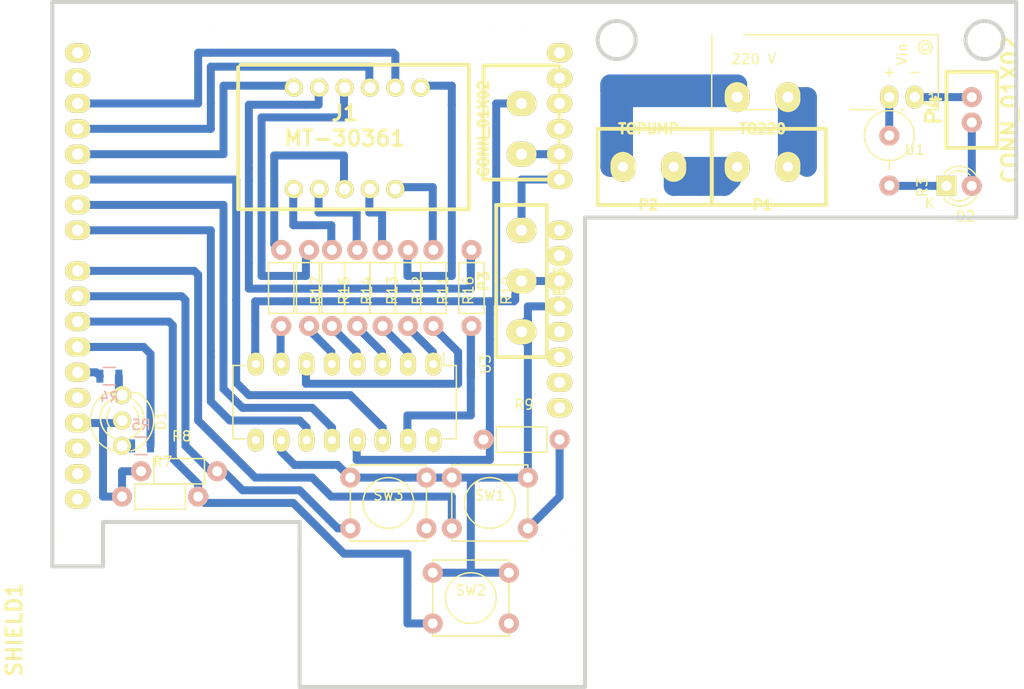
<source format=kicad_pcb>
(kicad_pcb (version 4) (host pcbnew 4.0.2-4+6225~38~ubuntu14.04.1-stable)

  (general
    (links 62)
    (no_connects 7)
    (area 16.056 80.889499 118.8942 151.663827)
    (thickness 1.6)
    (drawings 17)
    (tracks 257)
    (zones 0)
    (modules 28)
    (nets 41)
  )

  (page A4)
  (layers
    (0 F.Cu signal)
    (31 B.Cu signal)
    (32 B.Adhes user)
    (33 F.Adhes user)
    (34 B.Paste user)
    (35 F.Paste user)
    (36 B.SilkS user)
    (37 F.SilkS user)
    (38 B.Mask user)
    (39 F.Mask user)
    (40 Dwgs.User user)
    (41 Cmts.User user hide)
    (42 Eco1.User user)
    (43 Eco2.User user)
    (44 Edge.Cuts user)
    (45 Margin user)
    (46 B.CrtYd user)
    (47 F.CrtYd user)
    (48 B.Fab user)
    (49 F.Fab user)
  )

  (setup
    (last_trace_width 0.8)
    (trace_clearance 0.2)
    (zone_clearance 0.508)
    (zone_45_only no)
    (trace_min 0.2)
    (segment_width 0.2)
    (edge_width 0.4)
    (via_size 1.2)
    (via_drill 1)
    (via_min_size 0.4)
    (via_min_drill 0.3)
    (uvia_size 0.3)
    (uvia_drill 0.1)
    (uvias_allowed no)
    (uvia_min_size 0.2)
    (uvia_min_drill 0.1)
    (pcb_text_width 0.3)
    (pcb_text_size 1.5 1.5)
    (mod_edge_width 0.15)
    (mod_text_size 1 1)
    (mod_text_width 0.15)
    (pad_size 2.54 1.9)
    (pad_drill 1.1)
    (pad_to_mask_clearance 0.2)
    (aux_axis_origin 0 0)
    (visible_elements FFFFFF7F)
    (pcbplotparams
      (layerselection 0x00030_80000001)
      (usegerberextensions false)
      (excludeedgelayer true)
      (linewidth 0.100000)
      (plotframeref false)
      (viasonmask false)
      (mode 1)
      (useauxorigin false)
      (hpglpennumber 1)
      (hpglpenspeed 20)
      (hpglpendiameter 15)
      (hpglpenoverlay 2)
      (psnegative false)
      (psa4output false)
      (plotreference true)
      (plotvalue true)
      (plotinvisibletext false)
      (padsonsilk false)
      (subtractmaskfromsilk false)
      (outputformat 1)
      (mirror false)
      (drillshape 1)
      (scaleselection 1)
      (outputdirectory ""))
  )

  (net 0 "")
  (net 1 "Net-(D1-Pad1)")
  (net 2 +5V)
  (net 3 "Net-(D1-Pad3)")
  (net 4 "Net-(J1-Pad1)")
  (net 5 "Net-(J1-Pad2)")
  (net 6 "Net-(J1-Pad3)")
  (net 7 "Net-(J1-Pad4)")
  (net 8 "Net-(J1-Pad5)")
  (net 9 "Net-(J1-Pad7)")
  (net 10 DISDIGI3)
  (net 11 DISDIGI2)
  (net 12 "Net-(J1-Pad10)")
  (net 13 "Net-(J1-Pad11)")
  (net 14 DISDIGI1)
  (net 15 "Net-(P1-Pad1)")
  (net 16 "Net-(P1-Pad2)")
  (net 17 PresureSensor)
  (net 18 GND)
  (net 19 "Net-(R3-Pad1)")
  (net 20 LEDR)
  (net 21 LEDG)
  (net 22 BTN1)
  (net 23 BTN2)
  (net 24 BTN3)
  (net 25 "Net-(R10-Pad2)")
  (net 26 "Net-(R11-Pad2)")
  (net 27 "Net-(R12-Pad2)")
  (net 28 "Net-(R13-Pad2)")
  (net 29 "Net-(R14-Pad2)")
  (net 30 "Net-(R15-Pad2)")
  (net 31 "Net-(R16-Pad2)")
  (net 32 "Net-(R17-Pad2)")
  (net 33 DISLATCH)
  (net 34 DISCLOCK)
  (net 35 DISDATA)
  (net 36 "Net-(D2-Pad1)")
  (net 37 PINPUMP)
  (net 38 "Net-(D2-Pad2)")
  (net 39 "Net-(P4-Pad1)")
  (net 40 "Net-(P2-Pad1)")

  (net_class Default "This is the default net class."
    (clearance 0.2)
    (trace_width 0.8)
    (via_dia 1.2)
    (via_drill 1)
    (uvia_dia 0.3)
    (uvia_drill 0.1)
    (add_net +5V)
    (add_net BTN1)
    (add_net BTN2)
    (add_net BTN3)
    (add_net DISCLOCK)
    (add_net DISDATA)
    (add_net DISDIGI1)
    (add_net DISDIGI2)
    (add_net DISDIGI3)
    (add_net DISLATCH)
    (add_net GND)
    (add_net LEDG)
    (add_net LEDR)
    (add_net "Net-(D1-Pad1)")
    (add_net "Net-(D1-Pad3)")
    (add_net "Net-(D2-Pad1)")
    (add_net "Net-(D2-Pad2)")
    (add_net "Net-(J1-Pad1)")
    (add_net "Net-(J1-Pad10)")
    (add_net "Net-(J1-Pad11)")
    (add_net "Net-(J1-Pad2)")
    (add_net "Net-(J1-Pad3)")
    (add_net "Net-(J1-Pad4)")
    (add_net "Net-(J1-Pad5)")
    (add_net "Net-(J1-Pad7)")
    (add_net "Net-(P4-Pad1)")
    (add_net "Net-(R10-Pad2)")
    (add_net "Net-(R11-Pad2)")
    (add_net "Net-(R12-Pad2)")
    (add_net "Net-(R13-Pad2)")
    (add_net "Net-(R14-Pad2)")
    (add_net "Net-(R15-Pad2)")
    (add_net "Net-(R16-Pad2)")
    (add_net "Net-(R17-Pad2)")
    (add_net "Net-(R3-Pad1)")
    (add_net PINPUMP)
    (add_net PresureSensor)
  )

  (net_class hot ""
    (clearance 0.2)
    (trace_width 2)
    (via_dia 1.2)
    (via_drill 0.8)
    (uvia_dia 0.3)
    (uvia_drill 0.1)
    (add_net "Net-(P1-Pad1)")
    (add_net "Net-(P1-Pad2)")
    (add_net "Net-(P2-Pad1)")
  )

  (module FT:ARDUINO_SHIELD (layer F.Cu) (tedit 57AB7F49) (tstamp 57A8EAEC)
    (at 74.93 149.86 90)
    (descr http://www.thingiverse.com/thing:9630)
    (path /57A8CF52)
    (fp_text reference SHIELD1 (at 5.715 -57.15 90) (layer F.SilkS)
      (effects (font (thickness 0.3048)))
    )
    (fp_text value ARDUINO_FOOTPRINT (at 10.16 -54.61 90) (layer F.SilkS) hide
      (effects (font (thickness 0.3048)))
    )
    (fp_line (start 66.04 -40.64) (end 66.04 -52.07) (layer Cmts.User) (width 0.381))
    (fp_line (start 66.04 -52.07) (end 64.77 -53.34) (layer Cmts.User) (width 0.381))
    (fp_line (start 64.77 -53.34) (end 0 -53.34) (layer Cmts.User) (width 0.381))
    (fp_line (start 66.04 0) (end 0 0) (layer Cmts.User) (width 0.381))
    (fp_line (start 0 0) (end 0 -53.34) (layer Cmts.User) (width 0.381))
    (fp_line (start 66.04 -40.64) (end 68.58 -38.1) (layer Cmts.User) (width 0.381))
    (fp_line (start 68.58 -38.1) (end 68.58 -5.08) (layer Cmts.User) (width 0.381))
    (fp_line (start 68.58 -5.08) (end 66.04 -2.54) (layer Cmts.User) (width 0.381))
    (fp_line (start 66.04 -2.54) (end 66.04 0) (layer Cmts.User) (width 0.381))
    (pad AD5 thru_hole oval (at 63.5 -2.54 180) (size 2.54 1.9) (drill 1.1) (layers *.Cu *.Mask F.SilkS))
    (pad AD4 thru_hole oval (at 60.96 -2.54 180) (size 2.54 1.9) (drill 1.1) (layers *.Cu *.Mask F.SilkS))
    (pad AD3 thru_hole oval (at 58.42 -2.54 180) (size 2.54 1.9) (drill 1.1) (layers *.Cu *.Mask F.SilkS))
    (pad AD0 thru_hole oval (at 50.8 -2.54 180) (size 2.54 1.9) (drill 1.1) (layers *.Cu *.Mask F.SilkS)
      (net 17 PresureSensor))
    (pad AD1 thru_hole oval (at 53.34 -2.54 180) (size 2.54 1.9) (drill 1.1) (layers *.Cu *.Mask F.SilkS)
      (net 37 PINPUMP))
    (pad AD2 thru_hole oval (at 55.88 -2.54 180) (size 2.54 1.9) (drill 1.1) (layers *.Cu *.Mask F.SilkS))
    (pad V_IN thru_hole oval (at 45.72 -2.54 180) (size 2.54 1.9) (drill 1.1) (layers *.Cu *.Mask F.SilkS))
    (pad GND2 thru_hole oval (at 43.18 -2.54 180) (size 2.54 1.9) (drill 1.1) (layers *.Cu *.Mask F.SilkS)
      (net 18 GND))
    (pad GND1 thru_hole oval (at 40.64 -2.54 180) (size 2.54 1.9) (drill 1.1) (layers *.Cu *.Mask F.SilkS)
      (net 18 GND))
    (pad 3V3 thru_hole oval (at 35.56 -2.54 180) (size 2.54 1.9) (drill 1.1) (layers *.Cu *.Mask F.SilkS))
    (pad RST thru_hole oval (at 33.02 -2.54 180) (size 2.54 1.9) (drill 1.1) (layers *.Cu *.Mask F.SilkS))
    (pad 0 thru_hole oval (at 63.5 -50.8 180) (size 2.54 1.9) (drill 1.1) (layers *.Cu *.Mask F.SilkS))
    (pad 1 thru_hole oval (at 60.96 -50.8 180) (size 2.54 1.9) (drill 1.1) (layers *.Cu *.Mask F.SilkS))
    (pad 2 thru_hole oval (at 58.42 -50.8 180) (size 2.54 1.9) (drill 1.1) (layers *.Cu *.Mask F.SilkS)
      (net 10 DISDIGI3))
    (pad 3 thru_hole oval (at 55.88 -50.8 180) (size 2.54 1.9) (drill 1.1) (layers *.Cu *.Mask F.SilkS)
      (net 11 DISDIGI2))
    (pad 4 thru_hole oval (at 53.34 -50.8 180) (size 2.54 1.9) (drill 1.1) (layers *.Cu *.Mask F.SilkS)
      (net 14 DISDIGI1))
    (pad 5 thru_hole oval (at 50.8 -50.8 180) (size 2.54 1.9) (drill 1.1) (layers *.Cu *.Mask F.SilkS)
      (net 35 DISDATA))
    (pad 6 thru_hole oval (at 48.26 -50.8 180) (size 2.54 1.9) (drill 1.1) (layers *.Cu *.Mask F.SilkS)
      (net 33 DISLATCH))
    (pad 7 thru_hole oval (at 45.72 -50.8 180) (size 2.54 1.9) (drill 1.1) (layers *.Cu *.Mask F.SilkS)
      (net 34 DISCLOCK))
    (pad 8 thru_hole oval (at 41.656 -50.8 180) (size 2.54 1.9) (drill 1.1) (layers *.Cu *.Mask F.SilkS)
      (net 24 BTN3))
    (pad 9 thru_hole oval (at 39.116 -50.8 180) (size 2.54 1.9) (drill 1.1) (layers *.Cu *.Mask F.SilkS)
      (net 23 BTN2))
    (pad 10 thru_hole oval (at 36.576 -50.8 180) (size 2.54 1.9) (drill 1.1) (layers *.Cu *.Mask F.SilkS)
      (net 22 BTN1))
    (pad 11 thru_hole oval (at 34.036 -50.8 180) (size 2.54 1.9) (drill 1.1) (layers *.Cu *.Mask F.SilkS)
      (net 21 LEDG))
    (pad 12 thru_hole oval (at 31.496 -50.8 180) (size 2.54 1.9) (drill 1.1) (layers *.Cu *.Mask F.SilkS)
      (net 20 LEDR))
    (pad 13 thru_hole oval (at 28.956 -50.8 180) (size 2.54 1.9) (drill 1.1) (layers *.Cu *.Mask F.SilkS))
    (pad GND3 thru_hole oval (at 26.416 -50.8 180) (size 2.54 1.9) (drill 1.1) (layers *.Cu *.Mask F.SilkS)
      (net 18 GND))
    (pad AREF thru_hole oval (at 23.876 -50.8 180) (size 2.54 1.9) (drill 1.1) (layers *.Cu *.Mask F.SilkS))
    (pad 5V thru_hole oval (at 38.1 -2.54 180) (size 2.54 1.9) (drill 1.1) (layers *.Cu *.Mask F.SilkS)
      (net 2 +5V))
    (pad "" np_thru_hole circle (at 66.04 -7.62 180) (size 3.175 3.175) (drill 3.175) (layers *.Cu *.Mask F.SilkS))
    (pad "" np_thru_hole circle (at 66.04 -35.56 180) (size 3.175 3.175) (drill 3.175) (layers *.Cu *.Mask F.SilkS))
    (pad "" np_thru_hole circle (at 15.24 -50.8 180) (size 3.175 3.175) (drill 3.175) (layers *.Cu *.Mask F.SilkS))
    (pad "" np_thru_hole circle (at 13.97 -2.54 180) (size 3.175 3.175) (drill 3.175) (layers *.Cu *.Mask F.SilkS))
    (pad SDA thru_hole oval (at 21.336 -50.8 180) (size 2.54 1.9) (drill 1.1) (layers *.Cu *.Mask F.SilkS))
    (pad SCL thru_hole oval (at 18.796 -50.8 180) (size 2.54 1.9) (drill 1.1) (layers *.Cu *.Mask F.SilkS))
    (pad IO_R thru_hole oval (at 30.48 -2.54 180) (size 2.54 1.9) (drill 1.1) (layers *.Cu *.Mask F.SilkS))
    (pad NC thru_hole oval (at 27.94 -2.54 180) (size 2.54 1.9) (drill 1.1) (layers *.Cu *.Mask F.SilkS))
  )

  (module Converters_DCDC_ACDC:DCDC-Conv_TRACO_TMH-xxxx_Single_RevB (layer F.Cu) (tedit 5739F7A8) (tstamp 5717AC2C)
    (at 107.95 90.805 180)
    (descr "DCDC-Converter, TRACO, TMH-xxxx, Single output, RevB, 06Apr2011")
    (tags "DCDC-Converter, TRACO, TMH-xxxx, Single output, RevB, 06Apr2011")
    (path /57176EEA)
    (fp_text reference U1 (at 0 -5.25 180) (layer F.SilkS)
      (effects (font (size 1 1) (thickness 0.15)))
    )
    (fp_text value S102S01 (at 0 -3.25 180) (layer F.Fab)
      (effects (font (size 1 1) (thickness 0.15)))
    )
    (fp_circle (center -1.04964 5.00082) (end -0.95058 5.3488) (layer F.SilkS) (width 0.15))
    (fp_circle (center -1.04964 5.00082) (end -0.54926 5.4504) (layer F.SilkS) (width 0.15))
    (fp_line (start -2.6 -1.75) (end -2.6 6.5) (layer F.CrtYd) (width 0.05))
    (fp_line (start 20.575 -1.75) (end 20.575 6.5) (layer F.CrtYd) (width 0.05))
    (fp_line (start -2.6 -1.75) (end 17.4 -1.75) (layer F.CrtYd) (width 0.05))
    (fp_line (start -2.6 6.5) (end 17.4 6.5) (layer F.CrtYd) (width 0.05))
    (fp_line (start -1.15062 -1.24968) (end -2.35204 -1.24968) (layer F.SilkS) (width 0.15))
    (fp_line (start 1.4478 -1.24968) (end 1.14808 -1.24968) (layer F.SilkS) (width 0.15))
    (fp_line (start 6.39826 -1.24968) (end 3.79984 -1.24968) (layer F.SilkS) (width 0.15))
    (fp_line (start 17.1501 -1.24968) (end 13.8989 -1.24968) (layer F.SilkS) (width 0.15))
    (fp_line (start -2.35204 6.2484) (end 17.0993 6.2484) (layer F.SilkS) (width 0.15))
    (fp_text user "~ 220 V" (at 16.51 3.81 180) (layer F.SilkS)
      (effects (font (size 1 1) (thickness 0.15)))
    )
    (fp_text user 1 (at -1.75 0 180) (layer F.SilkS)
      (effects (font (size 1 1) (thickness 0.15)))
    )
    (fp_text user Vin (at 1.24906 4.29978 270) (layer F.SilkS)
      (effects (font (size 1 1) (thickness 0.15)))
    )
    (fp_text user - (at 0 2.54 180) (layer F.SilkS)
      (effects (font (size 1 1) (thickness 0.15)))
    )
    (fp_text user + (at 2.54 2.54 180) (layer F.SilkS)
      (effects (font (size 1 1) (thickness 0.15)))
    )
    (fp_line (start 20.3251 6.2484) (end 20.3251 -1.24968) (layer F.SilkS) (width 0.15))
    (fp_line (start -2.35204 -1.24968) (end -2.35204 6.2484) (layer F.SilkS) (width 0.15))
    (pad 4 thru_hole oval (at 0 0 180) (size 1.80114 2.29974) (drill 1) (layers *.Cu *.Mask F.SilkS)
      (net 39 "Net-(P4-Pad1)"))
    (pad 3 thru_hole oval (at 2.55016 0 180) (size 1.80114 2.29974) (drill 1) (layers *.Cu *.Mask F.SilkS)
      (net 19 "Net-(R3-Pad1)"))
    (pad 1 thru_hole oval (at 12.7 0 180) (size 2.50114 2.99974) (drill 1.10076) (layers *.Cu *.Mask F.SilkS)
      (net 16 "Net-(P1-Pad2)"))
    (pad 2 thru_hole oval (at 17.78 0 180) (size 2.50114 2.99974) (drill 1.10076) (layers *.Cu *.Mask F.SilkS)
      (net 40 "Net-(P2-Pad1)"))
  )

  (module MT-30361:MT-30361 (layer F.Cu) (tedit 57189FC0) (tstamp 5717A842)
    (at 50.8635 94.9325)
    (path /57178268)
    (fp_text reference J1 (at 0 -2.54) (layer F.SilkS)
      (effects (font (thickness 0.3048)))
    )
    (fp_text value MT-30361 (at 0 0) (layer F.SilkS)
      (effects (font (thickness 0.3048)))
    )
    (fp_line (start -10.668 -7.112) (end -10.668 7.112) (layer F.SilkS) (width 0.381))
    (fp_line (start 12.446 -7.112) (end 12.446 6.858) (layer F.SilkS) (width 0.381))
    (fp_line (start 12.446 7.112) (end -10.414 7.112) (layer F.SilkS) (width 0.381))
    (fp_line (start 12.446 -7.366) (end -10.414 -7.366) (layer F.SilkS) (width 0.381))
    (pad 1 thru_hole circle (at -5.08 5.08) (size 1.824 1.824) (drill 1.1128) (layers *.Cu *.Mask F.SilkS)
      (net 4 "Net-(J1-Pad1)"))
    (pad 2 thru_hole circle (at -2.54 5.08) (size 1.824 1.824) (drill 1.1128) (layers *.Cu *.Mask F.SilkS)
      (net 5 "Net-(J1-Pad2)"))
    (pad 3 thru_hole circle (at 0 5.08) (size 1.824 1.824) (drill 1.1128) (layers *.Cu *.Mask F.SilkS)
      (net 6 "Net-(J1-Pad3)"))
    (pad 4 thru_hole circle (at 2.54 5.08) (size 1.824 1.824) (drill 1.1128) (layers *.Cu *.Mask F.SilkS)
      (net 7 "Net-(J1-Pad4)"))
    (pad 5 thru_hole circle (at 5.08 5.08) (size 1.824 1.824) (drill 1.1128) (layers *.Cu *.Mask F.SilkS)
      (net 8 "Net-(J1-Pad5)"))
    (pad 7 thru_hole circle (at 7.62 -5.08) (size 1.824 1.824) (drill 1.1128) (layers *.Cu *.Mask F.SilkS)
      (net 9 "Net-(J1-Pad7)"))
    (pad 8 thru_hole circle (at 5.08 -5.08) (size 1.824 1.824) (drill 1.1128) (layers *.Cu *.Mask F.SilkS)
      (net 10 DISDIGI3))
    (pad 9 thru_hole circle (at 2.54 -5.08) (size 1.824 1.824) (drill 1.1128) (layers *.Cu *.Mask F.SilkS)
      (net 11 DISDIGI2))
    (pad 10 thru_hole circle (at 0 -5.08) (size 1.824 1.824) (drill 1.1128) (layers *.Cu *.Mask F.SilkS)
      (net 12 "Net-(J1-Pad10)"))
    (pad 11 thru_hole circle (at -2.54 -5.08) (size 1.824 1.824) (drill 1.1128) (layers *.Cu *.Mask F.SilkS)
      (net 13 "Net-(J1-Pad11)"))
    (pad 12 thru_hole circle (at -5.08 -5.08) (size 1.824 1.824) (drill 1.1128) (layers *.Cu *.Mask F.SilkS)
      (net 14 DISDIGI1))
  )

  (module DG306:DG306-5.08-02 (layer F.Cu) (tedit 57189B2A) (tstamp 5717A848)
    (at 92.71 97.79)
    (path /5717784C)
    (fp_text reference P1 (at 0 3.81) (layer F.SilkS)
      (effects (font (size 1.00076 1.00076) (thickness 0.25146)))
    )
    (fp_text value TO220 (at 0 -3.81) (layer F.SilkS)
      (effects (font (size 1.00076 1.00076) (thickness 0.25146)))
    )
    (fp_line (start 6.35 -3.81) (end 6.35 3.81) (layer F.SilkS) (width 0.381))
    (fp_line (start 6.35 3.81) (end -5.08 3.81) (layer F.SilkS) (width 0.381))
    (fp_line (start -5.08 3.81) (end -5.08 -3.81) (layer F.SilkS) (width 0.381))
    (fp_line (start -5.08 -3.81) (end 6.35 -3.81) (layer F.SilkS) (width 0.381))
    (pad 1 thru_hole oval (at -2.54 0) (size 2.50114 2.99974) (drill 1.00076) (layers *.Cu *.Mask F.SilkS)
      (net 15 "Net-(P1-Pad1)"))
    (pad 2 thru_hole oval (at 2.54 0) (size 2.50114 2.99974) (drill 1.00076) (layers *.Cu *.Mask F.SilkS)
      (net 16 "Net-(P1-Pad2)"))
  )

  (module Buttons_Switches_ThroughHole:SW_PUSH_SMALL (layer F.Cu) (tedit 5718A162) (tstamp 5717A8CF)
    (at 65.405 131.445)
    (path /571783DE)
    (fp_text reference SW1 (at 0 -0.762) (layer F.SilkS)
      (effects (font (size 1 1) (thickness 0.15)))
    )
    (fp_text value SW_PUSH (at 0.635 1.27) (layer F.Fab)
      (effects (font (size 1 1) (thickness 0.15)))
    )
    (fp_circle (center 0 0) (end 0 -2.54) (layer F.SilkS) (width 0.15))
    (fp_line (start -3.81 -3.81) (end 3.81 -3.81) (layer F.SilkS) (width 0.15))
    (fp_line (start 3.81 -3.81) (end 3.81 3.81) (layer F.SilkS) (width 0.15))
    (fp_line (start 3.81 3.81) (end -3.81 3.81) (layer F.SilkS) (width 0.15))
    (fp_line (start -3.81 -3.81) (end -3.81 3.81) (layer F.SilkS) (width 0.15))
    (pad 1 thru_hole circle (at 3.81 -2.54) (size 1.99898 1.99898) (drill 1.00076) (layers *.Cu *.SilkS *.Mask)
      (net 2 +5V))
    (pad 2 thru_hole circle (at 3.81 2.54) (size 1.99898 1.99898) (drill 1.00076) (layers *.Cu *.SilkS *.Mask)
      (net 24 BTN3))
    (pad 1 thru_hole circle (at -3.81 -2.54) (size 1.99898 1.99898) (drill 1.00076) (layers *.Cu *.SilkS *.Mask)
      (net 2 +5V))
    (pad 2 thru_hole circle (at -3.81 2.54) (size 1.99898 1.99898) (drill 1.00076) (layers *.Cu *.SilkS *.Mask)
      (net 24 BTN3))
  )

  (module Buttons_Switches_ThroughHole:SW_PUSH_SMALL (layer F.Cu) (tedit 5718A142) (tstamp 5717A8D7)
    (at 63.5 140.97)
    (path /5717832E)
    (fp_text reference SW2 (at 0 -0.762) (layer F.SilkS)
      (effects (font (size 1 1) (thickness 0.15)))
    )
    (fp_text value SW_PUSH (at 0 1.016) (layer F.Fab)
      (effects (font (size 1 1) (thickness 0.15)))
    )
    (fp_circle (center 0 0) (end 0 -2.54) (layer F.SilkS) (width 0.15))
    (fp_line (start -3.81 -3.81) (end 3.81 -3.81) (layer F.SilkS) (width 0.15))
    (fp_line (start 3.81 -3.81) (end 3.81 3.81) (layer F.SilkS) (width 0.15))
    (fp_line (start 3.81 3.81) (end -3.81 3.81) (layer F.SilkS) (width 0.15))
    (fp_line (start -3.81 -3.81) (end -3.81 3.81) (layer F.SilkS) (width 0.15))
    (pad 1 thru_hole circle (at 3.81 -2.54) (size 1.99898 1.99898) (drill 1.00076) (layers *.Cu *.SilkS *.Mask)
      (net 2 +5V))
    (pad 2 thru_hole circle (at 3.81 2.54) (size 1.99898 1.99898) (drill 1.00076) (layers *.Cu *.SilkS *.Mask)
      (net 22 BTN1))
    (pad 1 thru_hole circle (at -3.81 -2.54) (size 1.99898 1.99898) (drill 1.00076) (layers *.Cu *.SilkS *.Mask)
      (net 2 +5V))
    (pad 2 thru_hole circle (at -3.81 2.54) (size 1.99898 1.99898) (drill 1.00076) (layers *.Cu *.SilkS *.Mask)
      (net 22 BTN1))
  )

  (module Buttons_Switches_ThroughHole:SW_PUSH_SMALL (layer F.Cu) (tedit 5718A14B) (tstamp 5717A8DF)
    (at 55.245 131.445)
    (path /5717838F)
    (fp_text reference SW3 (at 0 -0.762) (layer F.SilkS)
      (effects (font (size 1 1) (thickness 0.15)))
    )
    (fp_text value SW_PUSH (at 0 1.27) (layer F.Fab)
      (effects (font (size 1 1) (thickness 0.15)))
    )
    (fp_circle (center 0 0) (end 0 -2.54) (layer F.SilkS) (width 0.15))
    (fp_line (start -3.81 -3.81) (end 3.81 -3.81) (layer F.SilkS) (width 0.15))
    (fp_line (start 3.81 -3.81) (end 3.81 3.81) (layer F.SilkS) (width 0.15))
    (fp_line (start 3.81 3.81) (end -3.81 3.81) (layer F.SilkS) (width 0.15))
    (fp_line (start -3.81 -3.81) (end -3.81 3.81) (layer F.SilkS) (width 0.15))
    (pad 1 thru_hole circle (at 3.81 -2.54) (size 1.99898 1.99898) (drill 1.00076) (layers *.Cu *.SilkS *.Mask)
      (net 2 +5V))
    (pad 2 thru_hole circle (at 3.81 2.54) (size 1.99898 1.99898) (drill 1.00076) (layers *.Cu *.SilkS *.Mask)
      (net 23 BTN2))
    (pad 1 thru_hole circle (at -3.81 -2.54) (size 1.99898 1.99898) (drill 1.00076) (layers *.Cu *.SilkS *.Mask)
      (net 2 +5V))
    (pad 2 thru_hole circle (at -3.81 2.54) (size 1.99898 1.99898) (drill 1.00076) (layers *.Cu *.SilkS *.Mask)
      (net 23 BTN2))
  )

  (module Housings_DIP:DIP-16_W7.62mm_LongPads (layer F.Cu) (tedit 54130A77) (tstamp 5717A91D)
    (at 59.7535 117.5385 270)
    (descr "16-lead dip package, row spacing 7.62 mm (300 mils), longer pads")
    (tags "dil dip 2.54 300")
    (path /571781D2)
    (fp_text reference U3 (at 0 -5.22 270) (layer F.SilkS)
      (effects (font (size 1 1) (thickness 0.15)))
    )
    (fp_text value 74HC595 (at 0 -3.72 270) (layer F.Fab)
      (effects (font (size 1 1) (thickness 0.15)))
    )
    (fp_line (start -1.4 -2.45) (end -1.4 20.25) (layer F.CrtYd) (width 0.05))
    (fp_line (start 9 -2.45) (end 9 20.25) (layer F.CrtYd) (width 0.05))
    (fp_line (start -1.4 -2.45) (end 9 -2.45) (layer F.CrtYd) (width 0.05))
    (fp_line (start -1.4 20.25) (end 9 20.25) (layer F.CrtYd) (width 0.05))
    (fp_line (start 0.135 -2.295) (end 0.135 -1.025) (layer F.SilkS) (width 0.15))
    (fp_line (start 7.485 -2.295) (end 7.485 -1.025) (layer F.SilkS) (width 0.15))
    (fp_line (start 7.485 20.075) (end 7.485 18.805) (layer F.SilkS) (width 0.15))
    (fp_line (start 0.135 20.075) (end 0.135 18.805) (layer F.SilkS) (width 0.15))
    (fp_line (start 0.135 -2.295) (end 7.485 -2.295) (layer F.SilkS) (width 0.15))
    (fp_line (start 0.135 20.075) (end 7.485 20.075) (layer F.SilkS) (width 0.15))
    (fp_line (start 0.135 -1.025) (end -1.15 -1.025) (layer F.SilkS) (width 0.15))
    (pad 1 thru_hole oval (at 0 0 270) (size 2.3 1.6) (drill 0.8) (layers *.Cu *.Mask F.SilkS)
      (net 26 "Net-(R11-Pad2)"))
    (pad 2 thru_hole oval (at 0 2.54 270) (size 2.3 1.6) (drill 0.8) (layers *.Cu *.Mask F.SilkS)
      (net 27 "Net-(R12-Pad2)"))
    (pad 3 thru_hole oval (at 0 5.08 270) (size 2.3 1.6) (drill 0.8) (layers *.Cu *.Mask F.SilkS)
      (net 28 "Net-(R13-Pad2)"))
    (pad 4 thru_hole oval (at 0 7.62 270) (size 2.3 1.6) (drill 0.8) (layers *.Cu *.Mask F.SilkS)
      (net 29 "Net-(R14-Pad2)"))
    (pad 5 thru_hole oval (at 0 10.16 270) (size 2.3 1.6) (drill 0.8) (layers *.Cu *.Mask F.SilkS)
      (net 30 "Net-(R15-Pad2)"))
    (pad 6 thru_hole oval (at 0 12.7 270) (size 2.3 1.6) (drill 0.8) (layers *.Cu *.Mask F.SilkS)
      (net 31 "Net-(R16-Pad2)"))
    (pad 7 thru_hole oval (at 0 15.24 270) (size 2.3 1.6) (drill 0.8) (layers *.Cu *.Mask F.SilkS)
      (net 32 "Net-(R17-Pad2)"))
    (pad 8 thru_hole oval (at 0 17.78 270) (size 2.3 1.6) (drill 0.8) (layers *.Cu *.Mask F.SilkS)
      (net 18 GND))
    (pad 9 thru_hole oval (at 7.62 17.78 270) (size 2.3 1.6) (drill 0.8) (layers *.Cu *.Mask F.SilkS))
    (pad 10 thru_hole oval (at 7.62 15.24 270) (size 2.3 1.6) (drill 0.8) (layers *.Cu *.Mask F.SilkS)
      (net 2 +5V))
    (pad 11 thru_hole oval (at 7.62 12.7 270) (size 2.3 1.6) (drill 0.8) (layers *.Cu *.Mask F.SilkS)
      (net 34 DISCLOCK))
    (pad 12 thru_hole oval (at 7.62 10.16 270) (size 2.3 1.6) (drill 0.8) (layers *.Cu *.Mask F.SilkS)
      (net 33 DISLATCH))
    (pad 13 thru_hole oval (at 7.62 7.62 270) (size 2.3 1.6) (drill 0.8) (layers *.Cu *.Mask F.SilkS)
      (net 18 GND))
    (pad 14 thru_hole oval (at 7.62 5.08 270) (size 2.3 1.6) (drill 0.8) (layers *.Cu *.Mask F.SilkS)
      (net 35 DISDATA))
    (pad 15 thru_hole oval (at 7.62 2.54 270) (size 2.3 1.6) (drill 0.8) (layers *.Cu *.Mask F.SilkS)
      (net 25 "Net-(R10-Pad2)"))
    (pad 16 thru_hole oval (at 7.62 0 270) (size 2.3 1.6) (drill 0.8) (layers *.Cu *.Mask F.SilkS))
    (model Housings_DIP.3dshapes/DIP-16_W7.62mm_LongPads.wrl
      (at (xyz 0 0 0))
      (scale (xyz 1 1 1))
      (rotate (xyz 0 0 0))
    )
  )

  (module DG306:DG306-5.08-03 (layer F.Cu) (tedit 5718A088) (tstamp 5717AF38)
    (at 68.58 109.22 270)
    (path /5717CF1D)
    (fp_text reference P3 (at 0 3.81 270) (layer F.SilkS)
      (effects (font (size 1.00076 1.00076) (thickness 0.25146)))
    )
    (fp_text value PSENSOR (at 0 -3.81 270) (layer F.SilkS)
      (effects (font (size 1.00076 1.00076) (thickness 0.25146)))
    )
    (fp_line (start -7.62 -2.54) (end -7.62 2.54) (layer F.SilkS) (width 0.381))
    (fp_line (start 7.62 -2.54) (end 7.62 2.54) (layer F.SilkS) (width 0.381))
    (fp_line (start -7.62 -2.54) (end 7.62 -2.54) (layer F.SilkS) (width 0.381))
    (fp_line (start 7.62 2.54) (end -7.62 2.54) (layer F.SilkS) (width 0.381))
    (pad 2 thru_hole oval (at 0 0 270) (size 2.50114 2.99974) (drill 1.10076) (layers *.Cu *.Mask F.SilkS)
      (net 18 GND))
    (pad 1 thru_hole oval (at -5.08 0 270) (size 2.50114 2.99974) (drill 1.10076) (layers *.Cu *.Mask F.SilkS)
      (net 17 PresureSensor))
    (pad 3 thru_hole oval (at 5.08 0 270) (size 2.50114 2.99974) (drill 1.10076) (layers *.Cu *.Mask F.SilkS)
      (net 2 +5V))
  )

  (module LEDs:LED-5MM-3 (layer F.Cu) (tedit 5718A014) (tstamp 571884C8)
    (at 28.575 120.65 270)
    (descr "3-lead LED 5mm - Lead pitch 100mil (2,54mm)")
    (tags "LED led 5mm 5MM 100mil 2.54mm 3-lead")
    (path /5718847E)
    (fp_text reference D1 (at 2.54508 -3.91668 270) (layer F.SilkS)
      (effects (font (size 1 1) (thickness 0.15)))
    )
    (fp_text value CLED (at 2.58064 4.22148 270) (layer F.Fab)
      (effects (font (size 1 1) (thickness 0.15)))
    )
    (fp_arc (start 0 0) (end -0.5 1) (angle 125) (layer F.CrtYd) (width 0.05))
    (fp_arc (start 2.54 0) (end -0.5 -1.55) (angle 139) (layer F.CrtYd) (width 0.05))
    (fp_arc (start 5.08 0) (end 5.85 -0.8) (angle 90) (layer F.CrtYd) (width 0.05))
    (fp_arc (start 2.54 0) (end -0.5 1.55) (angle -139.8) (layer F.CrtYd) (width 0.05))
    (fp_arc (start 2.54 0) (end -0.254 1.51) (angle -135) (layer F.SilkS) (width 0.15))
    (fp_arc (start 2.54 0) (end -0.254 -1.51) (angle 135) (layer F.SilkS) (width 0.15))
    (fp_line (start -0.5 -1) (end -0.5 -1.55) (layer F.CrtYd) (width 0.05))
    (fp_line (start -0.5 1) (end -0.5 1.55) (layer F.CrtYd) (width 0.05))
    (fp_arc (start 2.286 0) (end 3.429 -1.143) (angle -90) (layer F.SilkS) (width 0.15))
    (fp_arc (start 2.286 0) (end 1.27 1.143) (angle -90) (layer F.SilkS) (width 0.15))
    (fp_arc (start 2.286 0) (end 0.381 1.016) (angle -90) (layer F.SilkS) (width 0.15))
    (fp_arc (start 2.286 0) (end 1.524 2.032) (angle -90) (layer F.SilkS) (width 0.15))
    (fp_arc (start 2.286 0) (end 4.318 -0.762) (angle -90) (layer F.SilkS) (width 0.15))
    (fp_arc (start 2.286 0) (end 3.302 -1.905) (angle -90) (layer F.SilkS) (width 0.15))
    (fp_arc (start 2.286 0) (end 0.762 1.524) (angle -90) (layer F.SilkS) (width 0.15))
    (fp_arc (start 2.286 0) (end 3.81 -1.524) (angle -90) (layer F.SilkS) (width 0.15))
    (fp_line (start -0.254 1) (end -0.254 1.51) (layer F.SilkS) (width 0.15))
    (fp_line (start -0.254 -1.51) (end -0.254 -1) (layer F.SilkS) (width 0.15))
    (pad 1 thru_hole circle (at 0 0 270) (size 1.824 1.824) (drill 1.1128) (layers *.Cu *.Mask F.SilkS)
      (net 1 "Net-(D1-Pad1)"))
    (pad 2 thru_hole circle (at 2.54 0 270) (size 1.824 1.824) (drill 1.1128) (layers *.Cu *.Mask F.SilkS)
      (net 18 GND))
    (pad 3 thru_hole circle (at 5.08 0 270) (size 1.824 1.824) (drill 1.1128) (layers *.Cu *.Mask F.SilkS)
      (net 3 "Net-(D1-Pad3)"))
    (model LEDs.3dshapes/LED-5MM-3.wrl
      (at (xyz 0.1 0 0))
      (scale (xyz 4 4 4))
      (rotate (xyz 0 0 180))
    )
  )

  (module Resistors_ThroughHole:Resistor_Vertical_RM5mm (layer F.Cu) (tedit 57AB71AE) (tstamp 5739FC7D)
    (at 105.41 97.155 270)
    (descr "Resistor, Vertical, RM 5mm, 1/3W,")
    (tags "Resistor, Vertical, RM 5mm, 1/3W,")
    (path /57177667)
    (fp_text reference R3 (at 2.70002 -3.29946 270) (layer F.SilkS)
      (effects (font (size 1 1) (thickness 0.15)))
    )
    (fp_text value 150 (at 0 4.50088 270) (layer F.Fab)
      (effects (font (size 1 1) (thickness 0.15)))
    )
    (fp_line (start -0.09906 0) (end 0.9017 0) (layer F.SilkS) (width 0.15))
    (fp_circle (center -2.49936 0) (end 0 0) (layer F.SilkS) (width 0.15))
    (pad 1 thru_hole circle (at -2.49936 0 270) (size 1.99898 1.99898) (drill 1.00076) (layers *.Cu *.SilkS *.Mask)
      (net 19 "Net-(R3-Pad1)"))
    (pad 2 thru_hole circle (at 2.5019 0 270) (size 1.99898 1.99898) (drill 1.00076) (layers *.Cu *.SilkS *.Mask)
      (net 36 "Net-(D2-Pad1)"))
  )

  (module LEDs:LED-3MM (layer F.Cu) (tedit 57AB71B7) (tstamp 57A90EE5)
    (at 111.125 99.695)
    (descr "LED 3mm round vertical")
    (tags "LED  3mm round vertical")
    (path /57A9033F)
    (fp_text reference D2 (at 1.91 3.06) (layer F.SilkS)
      (effects (font (size 1 1) (thickness 0.15)))
    )
    (fp_text value LED (at 1.3 -2.9) (layer F.Fab)
      (effects (font (size 1 1) (thickness 0.15)))
    )
    (fp_line (start -1.2 2.3) (end 3.8 2.3) (layer F.CrtYd) (width 0.05))
    (fp_line (start 3.8 2.3) (end 3.8 -2.2) (layer F.CrtYd) (width 0.05))
    (fp_line (start 3.8 -2.2) (end -1.2 -2.2) (layer F.CrtYd) (width 0.05))
    (fp_line (start -1.2 -2.2) (end -1.2 2.3) (layer F.CrtYd) (width 0.05))
    (fp_line (start -0.199 1.314) (end -0.199 1.114) (layer F.SilkS) (width 0.15))
    (fp_line (start -0.199 -1.28) (end -0.199 -1.1) (layer F.SilkS) (width 0.15))
    (fp_arc (start 1.301 0.034) (end -0.199 -1.286) (angle 108.5) (layer F.SilkS) (width 0.15))
    (fp_arc (start 1.301 0.034) (end 0.25 -1.1) (angle 85.7) (layer F.SilkS) (width 0.15))
    (fp_arc (start 1.311 0.034) (end 3.051 0.994) (angle 110) (layer F.SilkS) (width 0.15))
    (fp_arc (start 1.301 0.034) (end 2.335 1.094) (angle 87.5) (layer F.SilkS) (width 0.15))
    (fp_text user K (at -1.69 1.74) (layer F.SilkS)
      (effects (font (size 1 1) (thickness 0.15)))
    )
    (pad 1 thru_hole rect (at 0 0 90) (size 2 2) (drill 1.00076) (layers *.Cu *.Mask F.SilkS)
      (net 36 "Net-(D2-Pad1)"))
    (pad 2 thru_hole circle (at 2.54 0) (size 1.99898 1.99898) (drill 1.00076) (layers *.Cu *.SilkS *.Mask)
      (net 38 "Net-(D2-Pad2)"))
    (model LEDs.3dshapes/LED-3MM.wrl
      (at (xyz 0.05 0 0))
      (scale (xyz 1 1 1))
      (rotate (xyz 0 0 90))
    )
  )

  (module Resistors_SMD:R_0805 (layer B.Cu) (tedit 5415CDEB) (tstamp 57AA25D1)
    (at 27.305 118.745)
    (descr "Resistor SMD 0805, reflow soldering, Vishay (see dcrcw.pdf)")
    (tags "resistor 0805")
    (path /57177DF7)
    (attr smd)
    (fp_text reference R4 (at 0 2.1) (layer B.SilkS)
      (effects (font (size 1 1) (thickness 0.15)) (justify mirror))
    )
    (fp_text value 330 (at 0 -2.1) (layer B.Fab)
      (effects (font (size 1 1) (thickness 0.15)) (justify mirror))
    )
    (fp_line (start -1.6 1) (end 1.6 1) (layer B.CrtYd) (width 0.05))
    (fp_line (start -1.6 -1) (end 1.6 -1) (layer B.CrtYd) (width 0.05))
    (fp_line (start -1.6 1) (end -1.6 -1) (layer B.CrtYd) (width 0.05))
    (fp_line (start 1.6 1) (end 1.6 -1) (layer B.CrtYd) (width 0.05))
    (fp_line (start 0.6 -0.875) (end -0.6 -0.875) (layer B.SilkS) (width 0.15))
    (fp_line (start -0.6 0.875) (end 0.6 0.875) (layer B.SilkS) (width 0.15))
    (pad 1 smd rect (at -0.95 0) (size 0.7 1.3) (layers B.Cu B.Paste B.Mask)
      (net 20 LEDR))
    (pad 2 smd rect (at 0.95 0) (size 0.7 1.3) (layers B.Cu B.Paste B.Mask)
      (net 1 "Net-(D1-Pad1)"))
    (model Resistors_SMD.3dshapes/R_0805.wrl
      (at (xyz 0 0 0))
      (scale (xyz 1 1 1))
      (rotate (xyz 0 0 0))
    )
  )

  (module Resistors_SMD:R_0805 (layer B.Cu) (tedit 5415CDEB) (tstamp 57AA25D6)
    (at 30.48 125.73 180)
    (descr "Resistor SMD 0805, reflow soldering, Vishay (see dcrcw.pdf)")
    (tags "resistor 0805")
    (path /57177EC1)
    (attr smd)
    (fp_text reference R5 (at 0 2.1 180) (layer B.SilkS)
      (effects (font (size 1 1) (thickness 0.15)) (justify mirror))
    )
    (fp_text value 330 (at 0 -2.1 180) (layer B.Fab)
      (effects (font (size 1 1) (thickness 0.15)) (justify mirror))
    )
    (fp_line (start -1.6 1) (end 1.6 1) (layer B.CrtYd) (width 0.05))
    (fp_line (start -1.6 -1) (end 1.6 -1) (layer B.CrtYd) (width 0.05))
    (fp_line (start -1.6 1) (end -1.6 -1) (layer B.CrtYd) (width 0.05))
    (fp_line (start 1.6 1) (end 1.6 -1) (layer B.CrtYd) (width 0.05))
    (fp_line (start 0.6 -0.875) (end -0.6 -0.875) (layer B.SilkS) (width 0.15))
    (fp_line (start -0.6 0.875) (end 0.6 0.875) (layer B.SilkS) (width 0.15))
    (pad 1 smd rect (at -0.95 0 180) (size 0.7 1.3) (layers B.Cu B.Paste B.Mask)
      (net 21 LEDG))
    (pad 2 smd rect (at 0.95 0 180) (size 0.7 1.3) (layers B.Cu B.Paste B.Mask)
      (net 3 "Net-(D1-Pad3)"))
    (model Resistors_SMD.3dshapes/R_0805.wrl
      (at (xyz 0 0 0))
      (scale (xyz 1 1 1))
      (rotate (xyz 0 0 0))
    )
  )

  (module Resistors_ThroughHole:Resistor_Horizontal_RM7mm (layer F.Cu) (tedit 569FCF07) (tstamp 57AB3BC0)
    (at 63.5635 106.1085 270)
    (descr "Resistor, Axial,  RM 7.62mm, 1/3W,")
    (tags "Resistor Axial RM 7.62mm 1/3W R3")
    (path /57178439)
    (fp_text reference R10 (at 4.05892 -3.50012 270) (layer F.SilkS)
      (effects (font (size 1 1) (thickness 0.15)))
    )
    (fp_text value 220 (at 3.81 3.81 270) (layer F.Fab)
      (effects (font (size 1 1) (thickness 0.15)))
    )
    (fp_line (start -1.25 -1.5) (end 8.85 -1.5) (layer F.CrtYd) (width 0.05))
    (fp_line (start -1.25 1.5) (end -1.25 -1.5) (layer F.CrtYd) (width 0.05))
    (fp_line (start 8.85 -1.5) (end 8.85 1.5) (layer F.CrtYd) (width 0.05))
    (fp_line (start -1.25 1.5) (end 8.85 1.5) (layer F.CrtYd) (width 0.05))
    (fp_line (start 1.27 -1.27) (end 6.35 -1.27) (layer F.SilkS) (width 0.15))
    (fp_line (start 6.35 -1.27) (end 6.35 1.27) (layer F.SilkS) (width 0.15))
    (fp_line (start 6.35 1.27) (end 1.27 1.27) (layer F.SilkS) (width 0.15))
    (fp_line (start 1.27 1.27) (end 1.27 -1.27) (layer F.SilkS) (width 0.15))
    (pad 1 thru_hole circle (at 0 0 270) (size 1.99898 1.99898) (drill 1.00076) (layers *.Cu *.SilkS *.Mask)
      (net 13 "Net-(J1-Pad11)"))
    (pad 2 thru_hole circle (at 7.62 0 270) (size 1.99898 1.99898) (drill 1.00076) (layers *.Cu *.SilkS *.Mask)
      (net 25 "Net-(R10-Pad2)"))
  )

  (module Resistors_ThroughHole:Resistor_Horizontal_RM7mm (layer F.Cu) (tedit 569FCF07) (tstamp 57AB3BC5)
    (at 57.2135 106.1085 270)
    (descr "Resistor, Axial,  RM 7.62mm, 1/3W,")
    (tags "Resistor Axial RM 7.62mm 1/3W R3")
    (path /57178507)
    (fp_text reference R11 (at 4.05892 -3.50012 270) (layer F.SilkS)
      (effects (font (size 1 1) (thickness 0.15)))
    )
    (fp_text value 220 (at 3.81 3.81 270) (layer F.Fab)
      (effects (font (size 1 1) (thickness 0.15)))
    )
    (fp_line (start -1.25 -1.5) (end 8.85 -1.5) (layer F.CrtYd) (width 0.05))
    (fp_line (start -1.25 1.5) (end -1.25 -1.5) (layer F.CrtYd) (width 0.05))
    (fp_line (start 8.85 -1.5) (end 8.85 1.5) (layer F.CrtYd) (width 0.05))
    (fp_line (start -1.25 1.5) (end 8.85 1.5) (layer F.CrtYd) (width 0.05))
    (fp_line (start 1.27 -1.27) (end 6.35 -1.27) (layer F.SilkS) (width 0.15))
    (fp_line (start 6.35 -1.27) (end 6.35 1.27) (layer F.SilkS) (width 0.15))
    (fp_line (start 6.35 1.27) (end 1.27 1.27) (layer F.SilkS) (width 0.15))
    (fp_line (start 1.27 1.27) (end 1.27 -1.27) (layer F.SilkS) (width 0.15))
    (pad 1 thru_hole circle (at 0 0 270) (size 1.99898 1.99898) (drill 1.00076) (layers *.Cu *.SilkS *.Mask)
      (net 9 "Net-(J1-Pad7)"))
    (pad 2 thru_hole circle (at 7.62 0 270) (size 1.99898 1.99898) (drill 1.00076) (layers *.Cu *.SilkS *.Mask)
      (net 26 "Net-(R11-Pad2)"))
  )

  (module Resistors_ThroughHole:Resistor_Horizontal_RM7mm (layer F.Cu) (tedit 569FCF07) (tstamp 57AB3BCA)
    (at 54.6735 106.1085 270)
    (descr "Resistor, Axial,  RM 7.62mm, 1/3W,")
    (tags "Resistor Axial RM 7.62mm 1/3W R3")
    (path /57178559)
    (fp_text reference R12 (at 4.05892 -3.50012 270) (layer F.SilkS)
      (effects (font (size 1 1) (thickness 0.15)))
    )
    (fp_text value 220 (at 3.81 3.81 270) (layer F.Fab)
      (effects (font (size 1 1) (thickness 0.15)))
    )
    (fp_line (start -1.25 -1.5) (end 8.85 -1.5) (layer F.CrtYd) (width 0.05))
    (fp_line (start -1.25 1.5) (end -1.25 -1.5) (layer F.CrtYd) (width 0.05))
    (fp_line (start 8.85 -1.5) (end 8.85 1.5) (layer F.CrtYd) (width 0.05))
    (fp_line (start -1.25 1.5) (end 8.85 1.5) (layer F.CrtYd) (width 0.05))
    (fp_line (start 1.27 -1.27) (end 6.35 -1.27) (layer F.SilkS) (width 0.15))
    (fp_line (start 6.35 -1.27) (end 6.35 1.27) (layer F.SilkS) (width 0.15))
    (fp_line (start 6.35 1.27) (end 1.27 1.27) (layer F.SilkS) (width 0.15))
    (fp_line (start 1.27 1.27) (end 1.27 -1.27) (layer F.SilkS) (width 0.15))
    (pad 1 thru_hole circle (at 0 0 270) (size 1.99898 1.99898) (drill 1.00076) (layers *.Cu *.SilkS *.Mask)
      (net 7 "Net-(J1-Pad4)"))
    (pad 2 thru_hole circle (at 7.62 0 270) (size 1.99898 1.99898) (drill 1.00076) (layers *.Cu *.SilkS *.Mask)
      (net 27 "Net-(R12-Pad2)"))
  )

  (module Resistors_ThroughHole:Resistor_Horizontal_RM7mm (layer F.Cu) (tedit 569FCF07) (tstamp 57AB3BCF)
    (at 52.1335 106.1085 270)
    (descr "Resistor, Axial,  RM 7.62mm, 1/3W,")
    (tags "Resistor Axial RM 7.62mm 1/3W R3")
    (path /571785AE)
    (fp_text reference R13 (at 4.05892 -3.50012 270) (layer F.SilkS)
      (effects (font (size 1 1) (thickness 0.15)))
    )
    (fp_text value 220 (at 3.81 3.81 270) (layer F.Fab)
      (effects (font (size 1 1) (thickness 0.15)))
    )
    (fp_line (start -1.25 -1.5) (end 8.85 -1.5) (layer F.CrtYd) (width 0.05))
    (fp_line (start -1.25 1.5) (end -1.25 -1.5) (layer F.CrtYd) (width 0.05))
    (fp_line (start 8.85 -1.5) (end 8.85 1.5) (layer F.CrtYd) (width 0.05))
    (fp_line (start -1.25 1.5) (end 8.85 1.5) (layer F.CrtYd) (width 0.05))
    (fp_line (start 1.27 -1.27) (end 6.35 -1.27) (layer F.SilkS) (width 0.15))
    (fp_line (start 6.35 -1.27) (end 6.35 1.27) (layer F.SilkS) (width 0.15))
    (fp_line (start 6.35 1.27) (end 1.27 1.27) (layer F.SilkS) (width 0.15))
    (fp_line (start 1.27 1.27) (end 1.27 -1.27) (layer F.SilkS) (width 0.15))
    (pad 1 thru_hole circle (at 0 0 270) (size 1.99898 1.99898) (drill 1.00076) (layers *.Cu *.SilkS *.Mask)
      (net 5 "Net-(J1-Pad2)"))
    (pad 2 thru_hole circle (at 7.62 0 270) (size 1.99898 1.99898) (drill 1.00076) (layers *.Cu *.SilkS *.Mask)
      (net 28 "Net-(R13-Pad2)"))
  )

  (module Resistors_ThroughHole:Resistor_Horizontal_RM7mm (layer F.Cu) (tedit 569FCF07) (tstamp 57AB3BD4)
    (at 49.5935 106.1085 270)
    (descr "Resistor, Axial,  RM 7.62mm, 1/3W,")
    (tags "Resistor Axial RM 7.62mm 1/3W R3")
    (path /57178606)
    (fp_text reference R14 (at 4.05892 -3.50012 270) (layer F.SilkS)
      (effects (font (size 1 1) (thickness 0.15)))
    )
    (fp_text value 220 (at 3.81 3.81 270) (layer F.Fab)
      (effects (font (size 1 1) (thickness 0.15)))
    )
    (fp_line (start -1.25 -1.5) (end 8.85 -1.5) (layer F.CrtYd) (width 0.05))
    (fp_line (start -1.25 1.5) (end -1.25 -1.5) (layer F.CrtYd) (width 0.05))
    (fp_line (start 8.85 -1.5) (end 8.85 1.5) (layer F.CrtYd) (width 0.05))
    (fp_line (start -1.25 1.5) (end 8.85 1.5) (layer F.CrtYd) (width 0.05))
    (fp_line (start 1.27 -1.27) (end 6.35 -1.27) (layer F.SilkS) (width 0.15))
    (fp_line (start 6.35 -1.27) (end 6.35 1.27) (layer F.SilkS) (width 0.15))
    (fp_line (start 6.35 1.27) (end 1.27 1.27) (layer F.SilkS) (width 0.15))
    (fp_line (start 1.27 1.27) (end 1.27 -1.27) (layer F.SilkS) (width 0.15))
    (pad 1 thru_hole circle (at 0 0 270) (size 1.99898 1.99898) (drill 1.00076) (layers *.Cu *.SilkS *.Mask)
      (net 4 "Net-(J1-Pad1)"))
    (pad 2 thru_hole circle (at 7.62 0 270) (size 1.99898 1.99898) (drill 1.00076) (layers *.Cu *.SilkS *.Mask)
      (net 29 "Net-(R14-Pad2)"))
  )

  (module Resistors_ThroughHole:Resistor_Horizontal_RM7mm (layer F.Cu) (tedit 569FCF07) (tstamp 57AB3BD9)
    (at 47.3075 106.1085 270)
    (descr "Resistor, Axial,  RM 7.62mm, 1/3W,")
    (tags "Resistor Axial RM 7.62mm 1/3W R3")
    (path /57178661)
    (fp_text reference R15 (at 4.05892 -3.50012 270) (layer F.SilkS)
      (effects (font (size 1 1) (thickness 0.15)))
    )
    (fp_text value 220 (at 3.81 3.81 270) (layer F.Fab)
      (effects (font (size 1 1) (thickness 0.15)))
    )
    (fp_line (start -1.25 -1.5) (end 8.85 -1.5) (layer F.CrtYd) (width 0.05))
    (fp_line (start -1.25 1.5) (end -1.25 -1.5) (layer F.CrtYd) (width 0.05))
    (fp_line (start 8.85 -1.5) (end 8.85 1.5) (layer F.CrtYd) (width 0.05))
    (fp_line (start -1.25 1.5) (end 8.85 1.5) (layer F.CrtYd) (width 0.05))
    (fp_line (start 1.27 -1.27) (end 6.35 -1.27) (layer F.SilkS) (width 0.15))
    (fp_line (start 6.35 -1.27) (end 6.35 1.27) (layer F.SilkS) (width 0.15))
    (fp_line (start 6.35 1.27) (end 1.27 1.27) (layer F.SilkS) (width 0.15))
    (fp_line (start 1.27 1.27) (end 1.27 -1.27) (layer F.SilkS) (width 0.15))
    (pad 1 thru_hole circle (at 0 0 270) (size 1.99898 1.99898) (drill 1.00076) (layers *.Cu *.SilkS *.Mask)
      (net 12 "Net-(J1-Pad10)"))
    (pad 2 thru_hole circle (at 7.62 0 270) (size 1.99898 1.99898) (drill 1.00076) (layers *.Cu *.SilkS *.Mask)
      (net 30 "Net-(R15-Pad2)"))
  )

  (module Resistors_ThroughHole:Resistor_Horizontal_RM7mm (layer F.Cu) (tedit 569FCF07) (tstamp 57AB3BDE)
    (at 59.7535 106.1085 270)
    (descr "Resistor, Axial,  RM 7.62mm, 1/3W,")
    (tags "Resistor Axial RM 7.62mm 1/3W R3")
    (path /571786C3)
    (fp_text reference R16 (at 4.05892 -3.50012 270) (layer F.SilkS)
      (effects (font (size 1 1) (thickness 0.15)))
    )
    (fp_text value 220 (at 3.81 3.81 270) (layer F.Fab)
      (effects (font (size 1 1) (thickness 0.15)))
    )
    (fp_line (start -1.25 -1.5) (end 8.85 -1.5) (layer F.CrtYd) (width 0.05))
    (fp_line (start -1.25 1.5) (end -1.25 -1.5) (layer F.CrtYd) (width 0.05))
    (fp_line (start 8.85 -1.5) (end 8.85 1.5) (layer F.CrtYd) (width 0.05))
    (fp_line (start -1.25 1.5) (end 8.85 1.5) (layer F.CrtYd) (width 0.05))
    (fp_line (start 1.27 -1.27) (end 6.35 -1.27) (layer F.SilkS) (width 0.15))
    (fp_line (start 6.35 -1.27) (end 6.35 1.27) (layer F.SilkS) (width 0.15))
    (fp_line (start 6.35 1.27) (end 1.27 1.27) (layer F.SilkS) (width 0.15))
    (fp_line (start 1.27 1.27) (end 1.27 -1.27) (layer F.SilkS) (width 0.15))
    (pad 1 thru_hole circle (at 0 0 270) (size 1.99898 1.99898) (drill 1.00076) (layers *.Cu *.SilkS *.Mask)
      (net 8 "Net-(J1-Pad5)"))
    (pad 2 thru_hole circle (at 7.62 0 270) (size 1.99898 1.99898) (drill 1.00076) (layers *.Cu *.SilkS *.Mask)
      (net 31 "Net-(R16-Pad2)"))
  )

  (module Resistors_ThroughHole:Resistor_Horizontal_RM7mm (layer F.Cu) (tedit 569FCF07) (tstamp 57AB3BE3)
    (at 44.5135 106.1085 270)
    (descr "Resistor, Axial,  RM 7.62mm, 1/3W,")
    (tags "Resistor Axial RM 7.62mm 1/3W R3")
    (path /57178724)
    (fp_text reference R17 (at 4.05892 -3.50012 270) (layer F.SilkS)
      (effects (font (size 1 1) (thickness 0.15)))
    )
    (fp_text value 220 (at 3.81 3.81 270) (layer F.Fab)
      (effects (font (size 1 1) (thickness 0.15)))
    )
    (fp_line (start -1.25 -1.5) (end 8.85 -1.5) (layer F.CrtYd) (width 0.05))
    (fp_line (start -1.25 1.5) (end -1.25 -1.5) (layer F.CrtYd) (width 0.05))
    (fp_line (start 8.85 -1.5) (end 8.85 1.5) (layer F.CrtYd) (width 0.05))
    (fp_line (start -1.25 1.5) (end 8.85 1.5) (layer F.CrtYd) (width 0.05))
    (fp_line (start 1.27 -1.27) (end 6.35 -1.27) (layer F.SilkS) (width 0.15))
    (fp_line (start 6.35 -1.27) (end 6.35 1.27) (layer F.SilkS) (width 0.15))
    (fp_line (start 6.35 1.27) (end 1.27 1.27) (layer F.SilkS) (width 0.15))
    (fp_line (start 1.27 1.27) (end 1.27 -1.27) (layer F.SilkS) (width 0.15))
    (pad 1 thru_hole circle (at 0 0 270) (size 1.99898 1.99898) (drill 1.00076) (layers *.Cu *.SilkS *.Mask)
      (net 6 "Net-(J1-Pad3)"))
    (pad 2 thru_hole circle (at 7.62 0 270) (size 1.99898 1.99898) (drill 1.00076) (layers *.Cu *.SilkS *.Mask)
      (net 32 "Net-(R17-Pad2)"))
  )

  (module Resistors_ThroughHole:Resistor_Horizontal_RM7mm (layer F.Cu) (tedit 569FCF07) (tstamp 57AB5A70)
    (at 28.575 130.81)
    (descr "Resistor, Axial,  RM 7.62mm, 1/3W,")
    (tags "Resistor Axial RM 7.62mm 1/3W R3")
    (path /5717BC3B)
    (fp_text reference R7 (at 4.05892 -3.50012) (layer F.SilkS)
      (effects (font (size 1 1) (thickness 0.15)))
    )
    (fp_text value 10k (at 3.81 3.81) (layer F.Fab)
      (effects (font (size 1 1) (thickness 0.15)))
    )
    (fp_line (start -1.25 -1.5) (end 8.85 -1.5) (layer F.CrtYd) (width 0.05))
    (fp_line (start -1.25 1.5) (end -1.25 -1.5) (layer F.CrtYd) (width 0.05))
    (fp_line (start 8.85 -1.5) (end 8.85 1.5) (layer F.CrtYd) (width 0.05))
    (fp_line (start -1.25 1.5) (end 8.85 1.5) (layer F.CrtYd) (width 0.05))
    (fp_line (start 1.27 -1.27) (end 6.35 -1.27) (layer F.SilkS) (width 0.15))
    (fp_line (start 6.35 -1.27) (end 6.35 1.27) (layer F.SilkS) (width 0.15))
    (fp_line (start 6.35 1.27) (end 1.27 1.27) (layer F.SilkS) (width 0.15))
    (fp_line (start 1.27 1.27) (end 1.27 -1.27) (layer F.SilkS) (width 0.15))
    (pad 1 thru_hole circle (at 0 0) (size 1.99898 1.99898) (drill 1.00076) (layers *.Cu *.SilkS *.Mask)
      (net 18 GND))
    (pad 2 thru_hole circle (at 7.62 0) (size 1.99898 1.99898) (drill 1.00076) (layers *.Cu *.SilkS *.Mask)
      (net 22 BTN1))
  )

  (module Resistors_ThroughHole:Resistor_Horizontal_RM7mm (layer F.Cu) (tedit 569FCF07) (tstamp 57AB5A75)
    (at 30.48 128.27)
    (descr "Resistor, Axial,  RM 7.62mm, 1/3W,")
    (tags "Resistor Axial RM 7.62mm 1/3W R3")
    (path /5717C0EF)
    (fp_text reference R8 (at 4.05892 -3.50012) (layer F.SilkS)
      (effects (font (size 1 1) (thickness 0.15)))
    )
    (fp_text value 10k (at 3.81 3.81) (layer F.Fab)
      (effects (font (size 1 1) (thickness 0.15)))
    )
    (fp_line (start -1.25 -1.5) (end 8.85 -1.5) (layer F.CrtYd) (width 0.05))
    (fp_line (start -1.25 1.5) (end -1.25 -1.5) (layer F.CrtYd) (width 0.05))
    (fp_line (start 8.85 -1.5) (end 8.85 1.5) (layer F.CrtYd) (width 0.05))
    (fp_line (start -1.25 1.5) (end 8.85 1.5) (layer F.CrtYd) (width 0.05))
    (fp_line (start 1.27 -1.27) (end 6.35 -1.27) (layer F.SilkS) (width 0.15))
    (fp_line (start 6.35 -1.27) (end 6.35 1.27) (layer F.SilkS) (width 0.15))
    (fp_line (start 6.35 1.27) (end 1.27 1.27) (layer F.SilkS) (width 0.15))
    (fp_line (start 1.27 1.27) (end 1.27 -1.27) (layer F.SilkS) (width 0.15))
    (pad 1 thru_hole circle (at 0 0) (size 1.99898 1.99898) (drill 1.00076) (layers *.Cu *.SilkS *.Mask)
      (net 18 GND))
    (pad 2 thru_hole circle (at 7.62 0) (size 1.99898 1.99898) (drill 1.00076) (layers *.Cu *.SilkS *.Mask)
      (net 23 BTN2))
  )

  (module Resistors_ThroughHole:Resistor_Horizontal_RM7mm (layer F.Cu) (tedit 569FCF07) (tstamp 57AB5A7A)
    (at 64.77 125.095)
    (descr "Resistor, Axial,  RM 7.62mm, 1/3W,")
    (tags "Resistor Axial RM 7.62mm 1/3W R3")
    (path /5717C38E)
    (fp_text reference R9 (at 4.05892 -3.50012) (layer F.SilkS)
      (effects (font (size 1 1) (thickness 0.15)))
    )
    (fp_text value 10k (at 3.81 3.81) (layer F.Fab)
      (effects (font (size 1 1) (thickness 0.15)))
    )
    (fp_line (start -1.25 -1.5) (end 8.85 -1.5) (layer F.CrtYd) (width 0.05))
    (fp_line (start -1.25 1.5) (end -1.25 -1.5) (layer F.CrtYd) (width 0.05))
    (fp_line (start 8.85 -1.5) (end 8.85 1.5) (layer F.CrtYd) (width 0.05))
    (fp_line (start -1.25 1.5) (end 8.85 1.5) (layer F.CrtYd) (width 0.05))
    (fp_line (start 1.27 -1.27) (end 6.35 -1.27) (layer F.SilkS) (width 0.15))
    (fp_line (start 6.35 -1.27) (end 6.35 1.27) (layer F.SilkS) (width 0.15))
    (fp_line (start 6.35 1.27) (end 1.27 1.27) (layer F.SilkS) (width 0.15))
    (fp_line (start 1.27 1.27) (end 1.27 -1.27) (layer F.SilkS) (width 0.15))
    (pad 1 thru_hole circle (at 0 0) (size 1.99898 1.99898) (drill 1.00076) (layers *.Cu *.SilkS *.Mask)
      (net 18 GND))
    (pad 2 thru_hole circle (at 7.62 0) (size 1.99898 1.99898) (drill 1.00076) (layers *.Cu *.SilkS *.Mask)
      (net 24 BTN3))
  )

  (module DG306:DG306-2.54-02 (layer F.Cu) (tedit 57AB719A) (tstamp 57AB600C)
    (at 113.665 92.075 270)
    (path /57AB6D00)
    (fp_text reference P4 (at 0 3.81 270) (layer F.SilkS)
      (effects (font (thickness 0.3048)))
    )
    (fp_text value CONN_01X02 (at 0 -3.81 270) (layer F.SilkS)
      (effects (font (thickness 0.3048)))
    )
    (fp_line (start -3.81 -2.54) (end 3.81 -2.54) (layer F.SilkS) (width 0.381))
    (fp_line (start 3.81 -2.54) (end 3.81 2.54) (layer F.SilkS) (width 0.381))
    (fp_line (start 3.81 2.54) (end -3.81 2.54) (layer F.SilkS) (width 0.381))
    (fp_line (start -3.81 2.54) (end -3.81 -2.54) (layer F.SilkS) (width 0.381))
    (pad 1 thru_hole circle (at -1.27 0 270) (size 1.99898 1.99898) (drill 1.00076) (layers *.Cu *.SilkS *.Mask)
      (net 39 "Net-(P4-Pad1)"))
    (pad 2 thru_hole circle (at 1.27 0 270) (size 1.99898 1.99898) (drill 1.00076) (layers *.Cu *.SilkS *.Mask)
      (net 38 "Net-(D2-Pad2)"))
  )

  (module DG306:DG306-5.08-02 (layer F.Cu) (tedit 57AB6989) (tstamp 57AB6012)
    (at 68.58 93.98 90)
    (path /57AB67E5)
    (fp_text reference P6 (at 0 3.81 90) (layer F.SilkS)
      (effects (font (size 1.00076 1.00076) (thickness 0.25146)))
    )
    (fp_text value CONN_01X02 (at 0 -3.81 90) (layer F.SilkS)
      (effects (font (size 1.00076 1.00076) (thickness 0.25146)))
    )
    (fp_line (start 6.35 -3.81) (end 6.35 3.81) (layer F.SilkS) (width 0.381))
    (fp_line (start 6.35 3.81) (end -5.08 3.81) (layer F.SilkS) (width 0.381))
    (fp_line (start -5.08 3.81) (end -5.08 -3.81) (layer F.SilkS) (width 0.381))
    (fp_line (start -5.08 -3.81) (end 6.35 -3.81) (layer F.SilkS) (width 0.381))
    (pad 1 thru_hole oval (at -2.54 0 90) (size 2.50114 2.99974) (drill 1.10076) (layers *.Cu *.Mask F.SilkS)
      (net 37 PINPUMP))
    (pad 2 thru_hole oval (at 2.54 0 90) (size 2.50114 2.99974) (drill 1.10076) (layers *.Cu *.Mask F.SilkS)
      (net 18 GND))
  )

  (module DG306:DG306-5.08-02 (layer F.Cu) (tedit 57AB6E7D) (tstamp 57AB6E50)
    (at 81.28 97.79)
    (path /57176F84)
    (fp_text reference P2 (at 0 3.81) (layer F.SilkS)
      (effects (font (size 1.00076 1.00076) (thickness 0.25146)))
    )
    (fp_text value TOPUMP (at 0 -3.81) (layer F.SilkS)
      (effects (font (size 1.00076 1.00076) (thickness 0.25146)))
    )
    (fp_line (start 6.35 -3.81) (end 6.35 3.81) (layer F.SilkS) (width 0.381))
    (fp_line (start 6.35 3.81) (end -5.08 3.81) (layer F.SilkS) (width 0.381))
    (fp_line (start -5.08 3.81) (end -5.08 -3.81) (layer F.SilkS) (width 0.381))
    (fp_line (start -5.08 -3.81) (end 6.35 -3.81) (layer F.SilkS) (width 0.381))
    (pad 1 thru_hole oval (at -2.54 0) (size 2.50114 2.99974) (drill 1.00076) (layers *.Cu *.Mask F.SilkS)
      (net 40 "Net-(P2-Pad1)"))
    (pad 2 thru_hole oval (at 2.54 0) (size 2.50114 2.99974) (drill 1.00076) (layers *.Cu *.Mask F.SilkS)
      (net 15 "Net-(P1-Pad1)"))
  )

  (gr_line (start 46.355 133.35) (end 46.355 135.89) (angle 90) (layer Edge.Cuts) (width 0.4))
  (gr_line (start 26.67 133.35) (end 46.355 133.35) (angle 90) (layer Edge.Cuts) (width 0.4))
  (gr_line (start 26.67 134.62) (end 26.67 133.35) (angle 90) (layer Edge.Cuts) (width 0.4))
  (gr_line (start 46.355 134.62) (end 46.355 149.86) (angle 90) (layer Edge.Cuts) (width 0.4))
  (gr_line (start 26.67 135.255) (end 26.67 134.62) (angle 90) (layer Edge.Cuts) (width 0.4))
  (gr_line (start 74.93 102.87) (end 74.93 116.205) (angle 90) (layer Edge.Cuts) (width 0.4))
  (gr_line (start 118.11 102.87) (end 74.93 102.87) (angle 90) (layer Edge.Cuts) (width 0.4))
  (gr_line (start 118.11 81.28) (end 118.11 102.87) (angle 90) (layer Edge.Cuts) (width 0.4))
  (gr_line (start 74.93 81.28) (end 118.11 81.28) (angle 90) (layer Edge.Cuts) (width 0.4))
  (gr_line (start 74.93 116.205) (end 74.93 149.86) (angle 90) (layer Edge.Cuts) (width 0.4))
  (gr_line (start 21.59 137.795) (end 21.59 81.28) (angle 90) (layer Edge.Cuts) (width 0.4))
  (gr_line (start 26.67 137.795) (end 21.59 137.795) (angle 90) (layer Edge.Cuts) (width 0.4))
  (gr_line (start 26.67 135.255) (end 26.67 137.795) (angle 90) (layer Edge.Cuts) (width 0.4))
  (gr_line (start 74.93 149.86) (end 46.355 149.86) (angle 90) (layer Edge.Cuts) (width 0.4))
  (gr_line (start 21.59 81.28) (end 74.93 81.28) (angle 90) (layer Edge.Cuts) (width 0.4))
  (gr_circle (center 114.935 85.09) (end 116.84 85.09) (layer Edge.Cuts) (width 0.4) (tstamp 57AB7730))
  (gr_circle (center 78.105 85.09) (end 80.01 85.09) (layer Edge.Cuts) (width 0.4) (tstamp 57AB7713))

  (segment (start 28.255 118.745) (end 28.255 120.33) (width 0.8) (layer B.Cu) (net 1))
  (segment (start 28.255 120.33) (end 28.575 120.65) (width 0.8) (layer B.Cu) (net 1) (tstamp 57AB5216))
  (segment (start 44.5135 125.1585) (end 44.5135 126.3015) (width 0.8) (layer B.Cu) (net 2))
  (segment (start 44.5135 126.3015) (end 45.847 127.635) (width 0.8) (layer B.Cu) (net 2) (tstamp 57AB7D77))
  (segment (start 45.847 127.635) (end 46.355 127.635) (width 0.8) (layer B.Cu) (net 2) (tstamp 57AB7D78))
  (segment (start 59.055 128.905) (end 51.435 128.905) (width 0.8) (layer B.Cu) (net 2))
  (segment (start 49.53 127.635) (end 50.165 127.635) (width 0.8) (layer B.Cu) (net 2))
  (segment (start 50.165 127.635) (end 51.435 128.905) (width 0.8) (layer B.Cu) (net 2) (tstamp 57AB7CDB))
  (segment (start 46.355 127.635) (end 49.53 127.635) (width 0.8) (layer B.Cu) (net 2) (tstamp 57AB7D7B))
  (segment (start 67.31 138.43) (end 63.5 138.43) (width 0.8) (layer B.Cu) (net 2))
  (segment (start 63.5 128.905) (end 63.5 138.43) (width 0.8) (layer B.Cu) (net 2))
  (segment (start 63.5 138.43) (end 59.69 138.43) (width 0.8) (layer B.Cu) (net 2) (tstamp 57AB597F))
  (segment (start 67.31 128.905) (end 63.5 128.905) (width 0.8) (layer B.Cu) (net 2) (tstamp 57AB5760))
  (segment (start 63.5 128.905) (end 59.69 128.905) (width 0.8) (layer B.Cu) (net 2) (tstamp 57AB597D))
  (segment (start 69.215 128.905) (end 67.31 128.905) (width 0.8) (layer B.Cu) (net 2))
  (segment (start 68.58 114.3) (end 68.58 114.935) (width 0.8) (layer B.Cu) (net 2))
  (segment (start 68.58 114.935) (end 69.215 115.57) (width 0.8) (layer B.Cu) (net 2) (tstamp 57AB5446))
  (segment (start 68.58 114.3) (end 68.58 113.665) (width 0.8) (layer B.Cu) (net 2))
  (segment (start 68.58 113.665) (end 69.215 113.03) (width 0.8) (layer B.Cu) (net 2) (tstamp 57AB5439))
  (segment (start 69.215 115.57) (end 69.215 113.03) (width 0.8) (layer B.Cu) (net 2) (tstamp 57AB5449))
  (segment (start 69.215 113.03) (end 69.215 111.76) (width 0.8) (layer B.Cu) (net 2) (tstamp 57AB5442))
  (segment (start 69.215 111.76) (end 72.39 111.76) (width 0.8) (layer B.Cu) (net 2) (tstamp 57AB5278))
  (segment (start 69.215 128.905) (end 69.215 115.57) (width 0.8) (layer B.Cu) (net 2))
  (segment (start 47.625 103.632) (end 49.53 103.632) (width 0.8) (layer B.Cu) (net 4))
  (segment (start 45.72 99.822) (end 45.72 103.632) (width 0.8) (layer B.Cu) (net 4))
  (segment (start 45.72 103.632) (end 47.625 103.632) (width 0.8) (layer B.Cu) (net 4) (tstamp 571E5F25))
  (segment (start 45.72 100.457) (end 45.72 99.822) (width 0.5) (layer B.Cu) (net 4) (tstamp 5717C4D0))
  (segment (start 49.53 103.632) (end 49.53 106.172) (width 0.8) (layer B.Cu) (net 4) (tstamp 571E5F42))
  (segment (start 48.26 99.822) (end 48.26 102.362) (width 0.8) (layer B.Cu) (net 5))
  (segment (start 52.07 102.362) (end 52.07 106.172) (width 0.8) (layer B.Cu) (net 5) (tstamp 571E5F32))
  (segment (start 48.26 102.362) (end 52.07 102.362) (width 0.8) (layer B.Cu) (net 5) (tstamp 571E5F30))
  (segment (start 48.26 100.457) (end 48.26 99.822) (width 0.5) (layer B.Cu) (net 5) (tstamp 5717C4EF))
  (segment (start 43.815 99.187) (end 43.815 96.647) (width 0.8) (layer B.Cu) (net 6))
  (segment (start 50.8 96.647) (end 50.8 99.822) (width 0.8) (layer B.Cu) (net 6) (tstamp 571E5F0C))
  (segment (start 43.815 96.647) (end 50.8 96.647) (width 0.8) (layer B.Cu) (net 6) (tstamp 571E5F0A))
  (segment (start 43.815 101.727) (end 43.815 105.537) (width 0.8) (layer B.Cu) (net 6))
  (segment (start 43.815 105.537) (end 44.45 106.172) (width 0.8) (layer B.Cu) (net 6) (tstamp 571E5B81))
  (segment (start 43.815 99.187) (end 43.815 101.727) (width 0.8) (layer B.Cu) (net 6) (tstamp 5717C89B))
  (segment (start 53.34 102.362) (end 54.61 102.362) (width 0.8) (layer B.Cu) (net 7))
  (segment (start 54.61 102.362) (end 54.61 106.172) (width 0.8) (layer B.Cu) (net 7) (tstamp 571E5F3C))
  (segment (start 53.34 99.822) (end 53.34 102.362) (width 0.8) (layer B.Cu) (net 7))
  (segment (start 53.34 99.822) (end 53.34 100.457) (width 0.8) (layer B.Cu) (net 7))
  (segment (start 55.88 99.822) (end 59.69 99.822) (width 0.8) (layer B.Cu) (net 8))
  (segment (start 59.69 99.822) (end 59.69 106.172) (width 0.8) (layer B.Cu) (net 8) (tstamp 571E5F45))
  (segment (start 57.15 108.077) (end 57.15 108.712) (width 0.8) (layer B.Cu) (net 9))
  (segment (start 61.595 108.712) (end 61.595 107.442) (width 0.8) (layer B.Cu) (net 9) (tstamp 571E5F58))
  (segment (start 57.15 108.712) (end 61.595 108.712) (width 0.8) (layer B.Cu) (net 9) (tstamp 571E5F57))
  (segment (start 60.96 89.662) (end 61.595 89.662) (width 0.8) (layer B.Cu) (net 9))
  (segment (start 61.595 89.662) (end 61.595 91.567) (width 0.8) (layer B.Cu) (net 9) (tstamp 571E5F1D))
  (segment (start 58.42 89.662) (end 60.96 89.662) (width 0.8) (layer B.Cu) (net 9))
  (segment (start 61.595 91.567) (end 61.595 101.727) (width 0.8) (layer B.Cu) (net 9) (tstamp 571E5F20))
  (segment (start 57.15 106.172) (end 57.15 108.077) (width 0.8) (layer B.Cu) (net 9))
  (segment (start 61.595 106.807) (end 61.595 101.727) (width 0.8) (layer B.Cu) (net 9) (tstamp 5717CFBB))
  (segment (start 61.595 107.442) (end 61.595 106.807) (width 0.8) (layer B.Cu) (net 9) (tstamp 571E5F5B))
  (segment (start 37.465 86.36) (end 55.753 86.36) (width 0.8) (layer B.Cu) (net 10))
  (segment (start 55.9435 86.5505) (end 55.9435 89.8525) (width 0.8) (layer B.Cu) (net 10) (tstamp 57AB4636))
  (segment (start 55.753 86.36) (end 55.9435 86.5505) (width 0.8) (layer B.Cu) (net 10) (tstamp 57AB4635))
  (segment (start 37.465 86.36) (end 36.195 86.36) (width 0.8) (layer B.Cu) (net 10))
  (segment (start 36.195 91.44) (end 24.13 91.44) (width 0.8) (layer B.Cu) (net 10) (tstamp 57AB4631))
  (segment (start 36.195 86.36) (end 36.195 91.44) (width 0.8) (layer B.Cu) (net 10) (tstamp 57AB4630))
  (segment (start 24.13 93.98) (end 37.465 93.98) (width 0.8) (layer B.Cu) (net 11))
  (segment (start 37.465 93.98) (end 37.465 91.44) (width 0.8) (layer B.Cu) (net 11) (tstamp 57AB463A))
  (segment (start 53.34 89.662) (end 53.34 87.757) (width 0.8) (layer B.Cu) (net 11))
  (segment (start 53.34 87.757) (end 37.465 87.757) (width 0.8) (layer B.Cu) (net 11) (tstamp 571E5EC0))
  (segment (start 53.34 89.662) (end 53.34 89.027) (width 0.5) (layer B.Cu) (net 11))
  (segment (start 37.465 87.757) (end 37.465 91.44) (width 0.8) (layer B.Cu) (net 11) (tstamp 571E5EC1))
  (segment (start 42.545 98.552) (end 42.545 92.837) (width 0.8) (layer B.Cu) (net 12))
  (segment (start 42.545 92.837) (end 50.8 92.837) (width 0.8) (layer B.Cu) (net 12) (tstamp 571E5EEF))
  (segment (start 42.545 105.537) (end 42.545 98.552) (width 0.8) (layer B.Cu) (net 12) (tstamp 5717D03A))
  (segment (start 42.545 108.077) (end 42.545 108.712) (width 0.8) (layer B.Cu) (net 12))
  (segment (start 46.99 108.712) (end 46.99 106.172) (width 0.8) (layer B.Cu) (net 12) (tstamp 571E5F50))
  (segment (start 42.545 108.712) (end 46.99 108.712) (width 0.8) (layer B.Cu) (net 12) (tstamp 571E5F4F))
  (segment (start 50.8 92.837) (end 50.8 89.662) (width 0.8) (layer B.Cu) (net 12) (tstamp 571E5EF1))
  (segment (start 42.545 106.172) (end 42.545 108.077) (width 0.8) (layer B.Cu) (net 12))
  (segment (start 50.8 90.297) (end 50.8 89.662) (width 0.8) (layer B.Cu) (net 12) (tstamp 571E5B5F))
  (segment (start 42.545 105.537) (end 42.545 106.172) (width 0.8) (layer B.Cu) (net 12))
  (segment (start 50.8 90.297) (end 50.8 89.662) (width 0.5) (layer B.Cu) (net 12) (tstamp 5717C8F3))
  (segment (start 41.275 97.282) (end 41.275 91.567) (width 0.8) (layer B.Cu) (net 13))
  (segment (start 41.275 107.442) (end 41.275 109.982) (width 0.8) (layer B.Cu) (net 13))
  (segment (start 41.275 97.917) (end 41.275 97.282) (width 0.8) (layer B.Cu) (net 13))
  (segment (start 41.275 99.187) (end 41.275 97.917) (width 0.8) (layer B.Cu) (net 13))
  (segment (start 41.275 107.442) (end 41.275 99.187) (width 0.8) (layer B.Cu) (net 13) (tstamp 5718A5E6))
  (segment (start 46.99 91.567) (end 48.26 91.567) (width 0.8) (layer B.Cu) (net 13))
  (segment (start 48.26 91.567) (end 48.26 89.662) (width 0.8) (layer B.Cu) (net 13) (tstamp 571E5EFC))
  (segment (start 41.275 91.567) (end 46.99 91.567) (width 0.8) (layer B.Cu) (net 13) (tstamp 571E5EE2))
  (segment (start 41.275 109.982) (end 46.355 109.982) (width 0.8) (layer B.Cu) (net 13) (tstamp 571E5BDA))
  (segment (start 63.5 109.982) (end 63.5 106.172) (width 0.8) (layer B.Cu) (net 13) (tstamp 571E5BB4))
  (segment (start 46.355 109.982) (end 63.5 109.982) (width 0.8) (layer B.Cu) (net 13) (tstamp 571E5BDE))
  (segment (start 48.26 90.297) (end 48.26 89.662) (width 0.8) (layer B.Cu) (net 13) (tstamp 571E5B50))
  (segment (start 63.5 108.077) (end 63.5 106.172) (width 0.8) (layer B.Cu) (net 13) (tstamp 5718A61D))
  (segment (start 63.5 108.077) (end 63.5 106.172) (width 0.5) (layer B.Cu) (net 13) (tstamp 5717D02D))
  (segment (start 24.13 96.52) (end 38.735 96.52) (width 0.8) (layer B.Cu) (net 14))
  (segment (start 38.735 96.52) (end 38.735 94.742) (width 0.8) (layer B.Cu) (net 14) (tstamp 57AB4640))
  (segment (start 38.735 89.662) (end 45.72 89.662) (width 0.8) (layer B.Cu) (net 14) (tstamp 571E5ED9))
  (segment (start 45.72 90.297) (end 45.72 89.662) (width 0.8) (layer B.Cu) (net 14) (tstamp 571E5B2F))
  (segment (start 38.735 94.742) (end 38.735 89.662) (width 0.8) (layer B.Cu) (net 14))
  (segment (start 83.82 97.79) (end 83.82 99.695) (width 2) (layer B.Cu) (net 15))
  (segment (start 83.82 99.695) (end 86.36 99.695) (width 2) (layer B.Cu) (net 15) (tstamp 57AB7AA3))
  (segment (start 83.82 97.79) (end 84.455 97.79) (width 2) (layer B.Cu) (net 15))
  (segment (start 84.455 97.79) (end 86.36 99.695) (width 2) (layer B.Cu) (net 15) (tstamp 57AB7A99))
  (segment (start 88.9 99.695) (end 89.535 99.06) (width 2) (layer B.Cu) (net 15) (tstamp 57AB7A9B))
  (segment (start 86.36 99.695) (end 88.9 99.695) (width 2) (layer B.Cu) (net 15) (tstamp 57AB7A9A))
  (segment (start 89.535 99.06) (end 90.17 97.79) (width 2) (layer B.Cu) (net 15) (tstamp 57AB7A9D))
  (segment (start 83.82 97.79) (end 90.17 97.79) (width 2) (layer B.Cu) (net 15))
  (segment (start 95.25 90.805) (end 97.155 90.805) (width 2) (layer B.Cu) (net 16))
  (segment (start 97.155 90.805) (end 97.155 97.79) (width 2) (layer B.Cu) (net 16) (tstamp 57AB7AB9))
  (segment (start 95.25 90.805) (end 95.25 97.79) (width 2) (layer B.Cu) (net 16))
  (segment (start 68.58 104.14) (end 68.58 99.06) (width 0.8) (layer B.Cu) (net 17))
  (segment (start 68.58 99.06) (end 72.39 99.06) (width 0.8) (layer B.Cu) (net 17) (tstamp 57AB5339))
  (segment (start 64.77 125.095) (end 65.405 125.73) (width 0.8) (layer B.Cu) (net 18))
  (segment (start 64.77 125.095) (end 65.405 124.46) (width 0.8) (layer B.Cu) (net 18))
  (segment (start 65.405 124.46) (end 65.405 123.825) (width 0.8) (layer B.Cu) (net 18) (tstamp 57AB6A17))
  (segment (start 66.04 111.252) (end 66.04 91.44) (width 0.8) (layer B.Cu) (net 18))
  (segment (start 66.04 91.44) (end 68.58 91.44) (width 0.8) (layer B.Cu) (net 18) (tstamp 57AB6999))
  (segment (start 28.575 130.81) (end 28.575 128.27) (width 0.8) (layer B.Cu) (net 18))
  (segment (start 28.575 128.27) (end 31.115 128.27) (width 0.8) (layer B.Cu) (net 18) (tstamp 57AB5B1C))
  (segment (start 26.67 123.444) (end 26.67 130.81) (width 0.8) (layer B.Cu) (net 18))
  (segment (start 26.67 130.81) (end 28.575 130.81) (width 0.8) (layer B.Cu) (net 18) (tstamp 57AB5B18))
  (segment (start 72.39 109.22) (end 67.945 109.22) (width 0.8) (layer B.Cu) (net 18))
  (segment (start 67.818 111.252) (end 66.04 111.252) (width 0.8) (layer B.Cu) (net 18) (tstamp 57AB5288))
  (segment (start 66.04 111.252) (end 65.405 111.252) (width 0.8) (layer B.Cu) (net 18) (tstamp 57AB6997))
  (segment (start 67.945 111.125) (end 67.818 111.252) (width 0.8) (layer B.Cu) (net 18) (tstamp 57AB5287))
  (segment (start 67.945 109.22) (end 67.945 111.125) (width 0.8) (layer B.Cu) (net 18) (tstamp 57AB5284))
  (segment (start 24.13 123.444) (end 26.67 123.444) (width 0.8) (layer B.Cu) (net 18))
  (segment (start 26.67 123.444) (end 26.67 123.444) (width 0.8) (layer B.Cu) (net 18) (tstamp 57AB5B16))
  (segment (start 26.67 123.444) (end 28.321 123.444) (width 0.8) (layer B.Cu) (net 18) (tstamp 57AB5395))
  (segment (start 28.321 123.444) (end 28.575 123.19) (width 0.8) (layer B.Cu) (net 18) (tstamp 57AB5221))
  (segment (start 62.23 127.127) (end 65.405 127.127) (width 0.8) (layer B.Cu) (net 18))
  (segment (start 61.595 127.127) (end 62.23 127.127) (width 0.8) (layer B.Cu) (net 18))
  (segment (start 52.07 127.127) (end 52.07 125.222) (width 0.8) (layer B.Cu) (net 18) (tstamp 5717D32F))
  (segment (start 52.07 127.127) (end 61.595 127.127) (width 0.8) (layer B.Cu) (net 18))
  (segment (start 65.405 127.127) (end 65.405 123.825) (width 0.8) (layer B.Cu) (net 18) (tstamp 571E642B))
  (segment (start 65.405 123.825) (end 65.405 123.317) (width 0.8) (layer B.Cu) (net 18) (tstamp 57AB6A1B))
  (segment (start 63.5 111.252) (end 65.405 111.252) (width 0.8) (layer B.Cu) (net 18))
  (segment (start 65.405 111.252) (end 65.405 112.522) (width 0.8) (layer B.Cu) (net 18) (tstamp 571E5F62))
  (segment (start 65.405 117.602) (end 65.405 123.317) (width 0.8) (layer B.Cu) (net 18) (tstamp 5717D5AA))
  (segment (start 65.405 115.062) (end 65.405 117.602) (width 0.8) (layer B.Cu) (net 18) (tstamp 5717D63B))
  (segment (start 45.085 111.252) (end 63.5 111.252) (width 0.8) (layer B.Cu) (net 18) (tstamp 571E5BE3))
  (segment (start 65.405 112.522) (end 65.405 115.062) (width 0.8) (layer B.Cu) (net 18) (tstamp 571E5F65))
  (segment (start 41.91 117.602) (end 41.91 116.332) (width 0.8) (layer B.Cu) (net 18))
  (segment (start 41.91 113.157) (end 41.91 111.252) (width 0.8) (layer B.Cu) (net 18))
  (segment (start 41.91 111.252) (end 45.085 111.252) (width 0.8) (layer B.Cu) (net 18) (tstamp 571E5BE0))
  (segment (start 41.91 116.332) (end 41.91 113.157) (width 0.8) (layer B.Cu) (net 18) (tstamp 571F85BD))
  (segment (start 105.39984 90.805) (end 105.39984 94.64548) (width 0.8) (layer B.Cu) (net 19))
  (segment (start 105.39984 94.64548) (end 105.41 94.65564) (width 0.8) (layer B.Cu) (net 19) (tstamp 57AB7B23))
  (segment (start 24.13 118.364) (end 25.974 118.364) (width 0.8) (layer B.Cu) (net 20))
  (segment (start 25.974 118.364) (end 26.355 118.745) (width 0.8) (layer B.Cu) (net 20) (tstamp 57AB5219))
  (segment (start 31.43 125.73) (end 31.43 116.52) (width 0.8) (layer B.Cu) (net 21))
  (segment (start 31.43 116.52) (end 30.734 115.824) (width 0.8) (layer B.Cu) (net 21) (tstamp 57AB5ADF))
  (segment (start 30.734 115.824) (end 24.13 115.824) (width 0.8) (layer B.Cu) (net 21) (tstamp 57AB5AE0))
  (segment (start 24.13 115.824) (end 30.734 115.824) (width 0.8) (layer B.Cu) (net 21))
  (segment (start 47.625 133.35) (end 50.8 136.525) (width 0.8) (layer B.Cu) (net 22))
  (segment (start 33.655 127) (end 36.195 129.54) (width 0.8) (layer B.Cu) (net 22))
  (segment (start 36.195 129.54) (end 36.195 130.81) (width 0.8) (layer B.Cu) (net 22) (tstamp 57AB7D9E))
  (segment (start 36.195 130.81) (end 36.83 131.445) (width 0.8) (layer B.Cu) (net 22))
  (segment (start 36.83 131.445) (end 38.1 131.445) (width 0.8) (layer B.Cu) (net 22) (tstamp 57AB7D45))
  (segment (start 33.655 113.665) (end 33.655 127) (width 0.8) (layer B.Cu) (net 22) (tstamp 57AB4693))
  (segment (start 24.13 113.284) (end 33.274 113.284) (width 0.8) (layer B.Cu) (net 22))
  (segment (start 33.274 113.284) (end 33.655 113.665) (width 0.8) (layer B.Cu) (net 22) (tstamp 57AB4692))
  (segment (start 36.195 130.81) (end 36.83 130.81) (width 0.8) (layer B.Cu) (net 22))
  (segment (start 45.72 131.445) (end 47.625 133.35) (width 0.8) (layer B.Cu) (net 22) (tstamp 57AB7D28))
  (segment (start 38.1 131.445) (end 45.72 131.445) (width 0.8) (layer B.Cu) (net 22) (tstamp 57AB7D4E))
  (segment (start 50.8 136.525) (end 57.15 136.525) (width 0.8) (layer B.Cu) (net 22) (tstamp 57AB7E66))
  (segment (start 57.15 136.525) (end 57.15 139.7) (width 0.8) (layer B.Cu) (net 22) (tstamp 57AB5B6F))
  (segment (start 57.15 143.51) (end 59.69 143.51) (width 0.8) (layer B.Cu) (net 22) (tstamp 57AB5AA1))
  (segment (start 57.15 139.7) (end 57.15 143.51) (width 0.8) (layer B.Cu) (net 22) (tstamp 57AB5B72))
  (segment (start 51.435 133.985) (end 50.165 133.985) (width 0.8) (layer B.Cu) (net 23) (status 400000))
  (segment (start 50.165 133.985) (end 48.26 132.08) (width 0.8) (layer B.Cu) (net 23) (tstamp 57AB7E5D))
  (segment (start 38.1 128.27) (end 37.465 128.27) (width 0.8) (layer B.Cu) (net 23) (status C00000))
  (segment (start 37.465 128.27) (end 34.925 125.73) (width 0.8) (layer B.Cu) (net 23) (tstamp 57AB7E4A) (status 400000))
  (segment (start 38.1 128.27) (end 38.735 128.27) (width 0.8) (layer B.Cu) (net 23))
  (segment (start 38.735 128.27) (end 40.64 130.175) (width 0.8) (layer B.Cu) (net 23) (tstamp 57AB7D83))
  (segment (start 40.64 130.175) (end 46.355 130.175) (width 0.8) (layer B.Cu) (net 23) (tstamp 57AB7D87))
  (segment (start 46.99 130.81) (end 48.26 132.08) (width 0.8) (layer B.Cu) (net 23) (tstamp 57AB7D5F))
  (segment (start 46.99 130.81) (end 46.355 130.175) (width 0.8) (layer B.Cu) (net 23))
  (segment (start 34.544 110.744) (end 34.925 111.125) (width 0.8) (layer B.Cu) (net 23) (tstamp 57AB468E))
  (segment (start 34.925 111.125) (end 34.925 125.73) (width 0.8) (layer B.Cu) (net 23) (tstamp 57AB468F))
  (segment (start 24.13 110.744) (end 34.544 110.744) (width 0.8) (layer B.Cu) (net 23))
  (segment (start 37.465 124.46) (end 36.195 123.19) (width 0.8) (layer B.Cu) (net 24))
  (segment (start 37.465 124.46) (end 40.64 127.635) (width 0.8) (layer B.Cu) (net 24) (tstamp 57AB7DB2))
  (segment (start 40.64 127.635) (end 41.91 128.905) (width 0.8) (layer B.Cu) (net 24) (tstamp 57AB7DBB))
  (segment (start 41.91 128.905) (end 43.18 128.905) (width 0.8) (layer B.Cu) (net 24) (tstamp 57AB7D6F))
  (segment (start 49.53 130.81) (end 47.625 128.905) (width 0.8) (layer B.Cu) (net 24))
  (segment (start 59.69 130.81) (end 61.595 130.81) (width 0.8) (layer B.Cu) (net 24))
  (segment (start 61.595 130.81) (end 61.595 133.985) (width 0.8) (layer B.Cu) (net 24) (tstamp 57AB7CC3))
  (segment (start 69.215 133.985) (end 72.39 130.81) (width 0.8) (layer B.Cu) (net 24))
  (segment (start 72.39 130.81) (end 72.39 125.095) (width 0.8) (layer B.Cu) (net 24) (tstamp 57AB7CBD))
  (segment (start 43.18 128.905) (end 47.625 128.905) (width 0.8) (layer B.Cu) (net 24) (tstamp 57AB7D75))
  (segment (start 49.53 130.81) (end 59.69 130.81) (width 0.8) (layer B.Cu) (net 24) (tstamp 57AB7CF0))
  (segment (start 35.814 108.204) (end 36.195 108.585) (width 0.8) (layer B.Cu) (net 24) (tstamp 57AB4670))
  (segment (start 36.195 108.585) (end 36.195 123.19) (width 0.8) (layer B.Cu) (net 24) (tstamp 57AB4671))
  (segment (start 24.13 108.204) (end 35.814 108.204) (width 0.8) (layer B.Cu) (net 24))
  (segment (start 63.5 118.872) (end 63.5 113.792) (width 0.8) (layer B.Cu) (net 25) (tstamp 5718A6BE))
  (segment (start 63.5 118.237) (end 63.5 113.792) (width 0.8) (layer B.Cu) (net 25) (tstamp 5717CFF8))
  (segment (start 57.15 125.222) (end 57.15 124.587) (width 0.5) (layer B.Cu) (net 25))
  (segment (start 57.15 125.222) (end 57.15 122.682) (width 0.8) (layer B.Cu) (net 25))
  (segment (start 63.5 122.682) (end 63.5 120.142) (width 0.8) (layer B.Cu) (net 25) (tstamp 571E5F6F))
  (segment (start 57.15 122.682) (end 63.5 122.682) (width 0.8) (layer B.Cu) (net 25) (tstamp 571E5F6D))
  (segment (start 63.5 120.142) (end 63.5 118.237) (width 0.8) (layer B.Cu) (net 25) (tstamp 571E5F72))
  (segment (start 63.5 118.237) (end 63.5 118.872) (width 0.8) (layer B.Cu) (net 25))
  (segment (start 59.69 117.602) (end 59.69 116.332) (width 0.8) (layer B.Cu) (net 26))
  (segment (start 59.69 116.332) (end 57.15 113.792) (width 0.8) (layer B.Cu) (net 26) (tstamp 5717C532))
  (segment (start 57.15 117.602) (end 57.15 116.332) (width 0.8) (layer B.Cu) (net 27))
  (segment (start 57.15 116.332) (end 54.61 113.792) (width 0.8) (layer B.Cu) (net 27) (tstamp 5717C51C))
  (segment (start 54.61 117.602) (end 54.61 116.332) (width 0.8) (layer B.Cu) (net 28))
  (segment (start 54.61 116.332) (end 52.07 113.792) (width 0.8) (layer B.Cu) (net 28) (tstamp 5717C4EB))
  (segment (start 52.07 117.602) (end 52.07 116.332) (width 0.8) (layer B.Cu) (net 29))
  (segment (start 52.07 116.332) (end 49.53 113.792) (width 0.8) (layer B.Cu) (net 29) (tstamp 5717C4C8))
  (segment (start 49.53 117.602) (end 49.53 116.332) (width 0.8) (layer B.Cu) (net 30))
  (segment (start 49.53 116.332) (end 46.99 113.792) (width 0.8) (layer B.Cu) (net 30) (tstamp 5717C47A))
  (segment (start 62.23 118.237) (end 62.23 119.507) (width 0.8) (layer B.Cu) (net 31))
  (segment (start 62.23 119.507) (end 59.69 119.507) (width 0.8) (layer B.Cu) (net 31) (tstamp 571E5F74))
  (segment (start 46.99 117.602) (end 46.99 119.507) (width 0.8) (layer B.Cu) (net 31))
  (segment (start 46.99 119.507) (end 59.69 119.507) (width 0.8) (layer B.Cu) (net 31))
  (segment (start 62.23 118.237) (end 62.23 116.332) (width 0.8) (layer B.Cu) (net 31) (tstamp 5717CFD8))
  (segment (start 62.23 116.332) (end 59.69 113.792) (width 0.8) (layer B.Cu) (net 31) (tstamp 5717CFD9))
  (segment (start 44.45 117.602) (end 44.45 113.792) (width 0.8) (layer B.Cu) (net 32))
  (segment (start 44.45 116.967) (end 44.45 117.602) (width 0.5) (layer B.Cu) (net 32) (tstamp 5717C419))
  (segment (start 39.37 120.65) (end 40.64 121.92) (width 0.8) (layer B.Cu) (net 33))
  (segment (start 49.5935 123.8885) (end 49.5935 125.1585) (width 0.8) (layer B.Cu) (net 33) (tstamp 57AB7E35) (status 800000))
  (segment (start 47.625 121.92) (end 49.5935 123.8885) (width 0.8) (layer B.Cu) (net 33) (tstamp 57AB7E30))
  (segment (start 40.64 121.92) (end 47.625 121.92) (width 0.8) (layer B.Cu) (net 33) (tstamp 57AB7E2F))
  (segment (start 38.735 120.015) (end 39.37 120.65) (width 0.8) (layer B.Cu) (net 33))
  (segment (start 24.13 101.6) (end 38.735 101.6) (width 0.8) (layer B.Cu) (net 33))
  (segment (start 38.735 101.6) (end 38.735 113.665) (width 0.8) (layer B.Cu) (net 33) (tstamp 57AB4648))
  (segment (start 38.735 120.015) (end 38.735 113.665) (width 0.8) (layer B.Cu) (net 33) (tstamp 57AB7DF2))
  (segment (start 38.1 121.92) (end 39.37 123.19) (width 0.8) (layer B.Cu) (net 34))
  (segment (start 47.0535 123.8885) (end 47.0535 125.1585) (width 0.8) (layer B.Cu) (net 34) (tstamp 57AB7E1C) (status 800000))
  (segment (start 46.355 123.19) (end 47.0535 123.8885) (width 0.8) (layer B.Cu) (net 34) (tstamp 57AB7E19))
  (segment (start 39.37 123.19) (end 46.355 123.19) (width 0.8) (layer B.Cu) (net 34) (tstamp 57AB7E18))
  (segment (start 37.465 121.285) (end 38.1 121.92) (width 0.8) (layer B.Cu) (net 34))
  (segment (start 24.13 104.14) (end 37.465 104.14) (width 0.8) (layer B.Cu) (net 34))
  (segment (start 37.465 104.14) (end 37.465 116.205) (width 0.8) (layer B.Cu) (net 34) (tstamp 57AB464E))
  (segment (start 37.465 121.285) (end 37.465 116.84) (width 0.8) (layer B.Cu) (net 34) (tstamp 57AB7DFD))
  (segment (start 37.465 116.205) (end 37.465 116.84) (width 0.8) (layer B.Cu) (net 34) (tstamp 57AB4651))
  (segment (start 46.99 125.222) (end 46.99 124.587) (width 0.5) (layer B.Cu) (net 34))
  (segment (start 40.64 120.015) (end 41.275 120.65) (width 0.8) (layer B.Cu) (net 35))
  (segment (start 54.6735 123.8885) (end 54.6735 125.1585) (width 0.8) (layer B.Cu) (net 35) (tstamp 57AB7DEB) (status 800000))
  (segment (start 51.435 120.65) (end 54.6735 123.8885) (width 0.8) (layer B.Cu) (net 35) (tstamp 57AB7DE2))
  (segment (start 41.275 120.65) (end 51.435 120.65) (width 0.8) (layer B.Cu) (net 35) (tstamp 57AB7DE0))
  (segment (start 40.005 119.38) (end 40.64 120.015) (width 0.8) (layer B.Cu) (net 35))
  (segment (start 40.005 119.38) (end 40.005 111.125) (width 0.8) (layer B.Cu) (net 35) (tstamp 57AB7DC6))
  (segment (start 40.005 99.06) (end 40.005 111.125) (width 0.8) (layer B.Cu) (net 35) (tstamp 57AB4644))
  (segment (start 24.13 99.06) (end 40.005 99.06) (width 0.8) (layer B.Cu) (net 35))
  (segment (start 111.125 99.695) (end 105.4481 99.695) (width 0.8) (layer B.Cu) (net 36))
  (segment (start 105.4481 99.695) (end 105.41 99.6569) (width 0.8) (layer B.Cu) (net 36) (tstamp 57AB7B20))
  (segment (start 68.58 96.52) (end 72.39 96.52) (width 0.8) (layer B.Cu) (net 37))
  (segment (start 113.665 93.345) (end 113.665 99.695) (width 0.8) (layer B.Cu) (net 38))
  (segment (start 107.95 90.805) (end 113.665 90.805) (width 0.8) (layer B.Cu) (net 39))
  (segment (start 90.17 90.805) (end 90.17 89.535) (width 2) (layer B.Cu) (net 40))
  (segment (start 90.17 89.535) (end 77.47 89.535) (width 2) (layer B.Cu) (net 40) (tstamp 57AB7AAE))
  (segment (start 77.47 89.535) (end 77.47 90.17) (width 2) (layer B.Cu) (net 40) (tstamp 57AB7AAF))
  (segment (start 78.74 97.79) (end 77.47 97.79) (width 2) (layer B.Cu) (net 40))
  (segment (start 77.47 90.17) (end 77.47 89.535) (width 2) (layer B.Cu) (net 40) (tstamp 57AB7AAB))
  (segment (start 77.47 97.79) (end 77.47 90.17) (width 2) (layer B.Cu) (net 40) (tstamp 57AB7AAA))
  (segment (start 78.74 97.79) (end 78.74 90.805) (width 2) (layer B.Cu) (net 40))
  (segment (start 78.74 90.805) (end 90.17 90.805) (width 2) (layer B.Cu) (net 40) (tstamp 57AB7A96))

)

</source>
